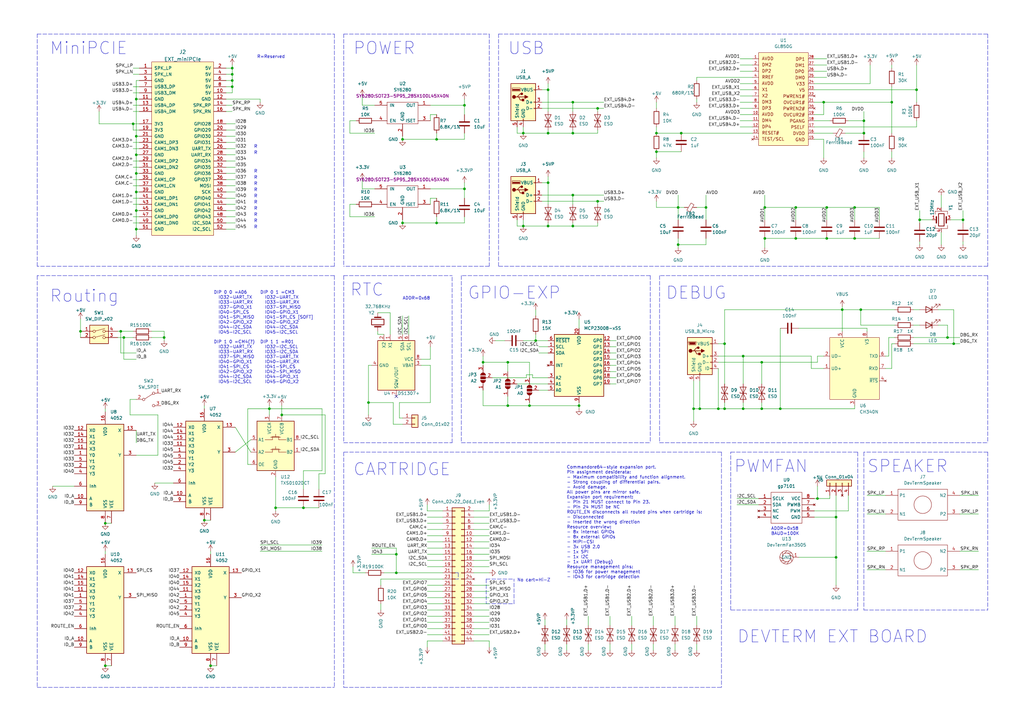
<source format=kicad_sch>
(kicad_sch (version 20211123) (generator eeschema)
  (paper "A3")
  (junction (at 269.24 54.61))
  (junction (at 55.88 78.74))
  (junction (at 339.09 85.09))
  (junction (at 162.56 227.33))
  (junction (at 377.19 90.17))
  (junction (at 391.16 140.97))
  (junction (at 269.24 62.23))
  (junction (at 67.31 138.43))
  (junction (at 294.64 167.64))
  (junction (at 214.63 92.71))
  (junction (at 312.42 148.59))
  (junction (at 54.61 50.8))
  (junction (at 234.95 54.61))
  (junction (at 326.39 85.09))
  (junction (at 224.79 54.61))
  (junction (at 110.49 167.64))
  (junction (at 55.88 63.5))
  (junction (at 208.28 166.37))
  (junction (at 279.4 54.61))
  (junction (at 337.82 41.91))
  (junction (at 217.17 166.37))
  (junction (at 304.8 167.64))
  (junction (at 50.8 138.43))
  (junction (at 320.04 167.64))
  (junction (at 297.18 167.64))
  (junction (at 190.5 43.18))
  (junction (at 224.79 92.71))
  (junction (at 86.36 273.05))
  (junction (at 179.07 91.44))
  (junction (at 342.9 228.6))
  (junction (at 234.95 80.01))
  (junction (at 214.63 54.61))
  (junction (at 198.12 148.59))
  (junction (at 339.09 97.79))
  (junction (at 55.88 40.64))
  (junction (at 95.25 35.56))
  (junction (at 190.5 77.47))
  (junction (at 350.52 85.09))
  (junction (at 287.02 167.64))
  (junction (at 335.28 204.47))
  (junction (at 237.49 166.37))
  (junction (at 394.97 90.17))
  (junction (at 95.25 30.48))
  (junction (at 245.11 82.55))
  (junction (at 297.18 140.97))
  (junction (at 95.25 33.02))
  (junction (at 284.48 167.64))
  (junction (at 388.62 138.43))
  (junction (at 43.18 214.63))
  (junction (at 83.82 213.36))
  (junction (at 208.28 148.59))
  (junction (at 55.88 55.88))
  (junction (at 354.33 49.53))
  (junction (at 179.07 57.15))
  (junction (at 278.13 85.09))
  (junction (at 124.46 208.28))
  (junction (at 234.95 41.91))
  (junction (at 224.79 36.83))
  (junction (at 375.92 36.83))
  (junction (at 33.02 135.89))
  (junction (at 219.71 139.7))
  (junction (at 304.8 146.05))
  (junction (at 313.69 97.79))
  (junction (at 350.52 97.79))
  (junction (at 313.69 85.09))
  (junction (at 354.33 54.61))
  (junction (at 289.56 85.09))
  (junction (at 278.13 100.33))
  (junction (at 43.18 273.05))
  (junction (at 165.1 57.15))
  (junction (at 365.76 41.91))
  (junction (at 49.53 135.89))
  (junction (at 326.39 97.79))
  (junction (at 151.13 165.1))
  (junction (at 245.11 44.45))
  (junction (at 115.57 170.18))
  (junction (at 353.06 127))
  (junction (at 162.56 234.95))
  (junction (at 224.79 74.93))
  (junction (at 55.88 71.12))
  (junction (at 345.44 127))
  (junction (at 55.88 86.36))
  (junction (at 165.1 91.44))
  (junction (at 95.25 27.94))
  (junction (at 312.42 167.64))
  (junction (at 234.95 92.71))
  (junction (at 113.03 208.28))
  (junction (at 55.88 93.98))
  (junction (at 342.9 212.09))
  (no_connect (at 162.56 162.56))
  (polyline (pts (xy 354.33 185.42) (xy 354.33 250.19)))
  (wire (pts (xy 55.88 33.02) (xy 55.88 40.64)))
  (wire (pts (xy 92.71 93.98) (xy 96.52 93.98)))
  (wire (pts (xy 245.11 82.55) (xy 247.65 82.55)))
  (wire (pts (xy 55.88 63.5) (xy 57.15 63.5)))
  (wire (pts (xy 388.62 138.43) (xy 393.7 138.43)))
  (wire (pts (xy 194.31 252.73) (xy 200.66 252.73)))
  (wire (pts (xy 96.52 78.74) (xy 92.71 78.74)))
  (polyline (pts (xy 15.24 113.03) (xy 15.24 281.94)))
  (wire (pts (xy 161.29 165.1) (xy 151.13 165.1)))
  (wire (pts (xy 297.18 127) (xy 345.44 127)))
  (wire (pts (xy 393.7 226.06) (xy 401.32 226.06)))
  (wire (pts (xy 278.13 97.79) (xy 278.13 100.33)))
  (wire (pts (xy 53.34 163.83) (xy 55.88 163.83)))
  (wire (pts (xy 194.31 247.65) (xy 200.66 247.65)))
  (wire (pts (xy 64.77 170.18) (xy 53.34 170.18)))
  (wire (pts (xy 212.09 54.61) (xy 214.63 54.61)))
  (wire (pts (xy 393.7 210.82) (xy 401.32 210.82)))
  (wire (pts (xy 365.76 151.13) (xy 363.22 151.13)))
  (wire (pts (xy 194.31 217.17) (xy 200.66 217.17)))
  (wire (pts (xy 278.13 85.09) (xy 278.13 90.17)))
  (wire (pts (xy 250.19 152.4) (xy 252.73 152.4)))
  (polyline (pts (xy 186.69 237.49) (xy 187.96 237.49)))
  (polyline (pts (xy 185.42 181.61) (xy 185.42 113.03)))
  (wire (pts (xy 55.88 63.5) (xy 55.88 71.12)))
  (wire (pts (xy 313.69 85.09) (xy 326.39 85.09)))
  (wire (pts (xy 157.48 234.95) (xy 162.56 234.95)))
  (wire (pts (xy 340.36 203.2) (xy 340.36 204.47)))
  (wire (pts (xy 297.18 165.1) (xy 297.18 167.64)))
  (wire (pts (xy 64.77 186.69) (xy 64.77 170.18)))
  (wire (pts (xy 175.26 219.71) (xy 181.61 219.71)))
  (wire (pts (xy 382.27 90.17) (xy 377.19 90.17)))
  (wire (pts (xy 355.6 233.68) (xy 363.22 233.68)))
  (wire (pts (xy 194.31 219.71) (xy 200.66 219.71)))
  (wire (pts (xy 297.18 140.97) (xy 294.64 140.97)))
  (wire (pts (xy 219.71 137.16) (xy 219.71 139.7)))
  (wire (pts (xy 353.06 127) (xy 367.03 127)))
  (polyline (pts (xy 137.16 13.97) (xy 137.16 109.22)))
  (wire (pts (xy 54.61 45.72) (xy 57.15 45.72)))
  (wire (pts (xy 218.44 153.67) (xy 215.9 153.67)))
  (wire (pts (xy 337.82 46.99) (xy 337.82 41.91)))
  (wire (pts (xy 250.19 147.32) (xy 252.73 147.32)))
  (wire (pts (xy 113.03 208.28) (xy 124.46 208.28)))
  (wire (pts (xy 92.71 43.18) (xy 95.25 43.18)))
  (wire (pts (xy 393.7 203.2) (xy 401.32 203.2)))
  (wire (pts (xy 222.25 82.55) (xy 245.11 82.55)))
  (wire (pts (xy 326.39 97.79) (xy 339.09 97.79)))
  (wire (pts (xy 153.67 77.47) (xy 148.59 77.47)))
  (wire (pts (xy 175.26 262.89) (xy 181.61 262.89)))
  (wire (pts (xy 132.08 193.04) (xy 124.46 193.04)))
  (wire (pts (xy 234.95 41.91) (xy 247.65 41.91)))
  (polyline (pts (xy 140.97 74.93) (xy 140.97 109.22)))
  (wire (pts (xy 334.01 54.61) (xy 341.63 54.61)))
  (wire (pts (xy 194.31 212.09) (xy 200.66 212.09)))
  (wire (pts (xy 132.08 167.64) (xy 132.08 193.04)))
  (wire (pts (xy 332.74 151.13) (xy 337.82 151.13)))
  (wire (pts (xy 339.09 97.79) (xy 350.52 97.79)))
  (wire (pts (xy 198.12 148.59) (xy 198.12 149.86)))
  (wire (pts (xy 250.19 252.73) (xy 250.19 256.54)))
  (wire (pts (xy 156.21 247.65) (xy 156.21 250.19)))
  (wire (pts (xy 250.19 154.94) (xy 252.73 154.94)))
  (wire (pts (xy 175.26 222.25) (xy 181.61 222.25)))
  (wire (pts (xy 303.53 36.83) (xy 308.61 36.83)))
  (wire (pts (xy 375.92 36.83) (xy 375.92 41.91)))
  (wire (pts (xy 304.8 167.64) (xy 312.42 167.64)))
  (wire (pts (xy 237.49 130.81) (xy 237.49 134.62)))
  (wire (pts (xy 234.95 53.34) (xy 234.95 54.61)))
  (wire (pts (xy 377.19 90.17) (xy 377.19 91.44)))
  (wire (pts (xy 312.42 167.64) (xy 320.04 167.64)))
  (polyline (pts (xy 140.97 281.94) (xy 295.91 281.94)))
  (wire (pts (xy 95.25 35.56) (xy 95.25 33.02)))
  (polyline (pts (xy 140.97 181.61) (xy 185.42 181.61)))
  (wire (pts (xy 393.7 233.68) (xy 401.32 233.68)))
  (wire (pts (xy 303.53 44.45) (xy 308.61 44.45)))
  (wire (pts (xy 294.64 146.05) (xy 304.8 146.05)))
  (wire (pts (xy 386.08 95.25) (xy 386.08 100.33)))
  (polyline (pts (xy 199.39 247.65) (xy 210.82 247.65)))
  (wire (pts (xy 217.17 165.1) (xy 217.17 166.37)))
  (wire (pts (xy 190.5 77.47) (xy 190.5 74.93)))
  (wire (pts (xy 302.26 207.01) (xy 311.15 207.01)))
  (wire (pts (xy 374.65 138.43) (xy 388.62 138.43)))
  (polyline (pts (xy 140.97 13.97) (xy 200.66 13.97)))
  (wire (pts (xy 55.88 93.98) (xy 55.88 96.52)))
  (polyline (pts (xy 200.66 109.22) (xy 140.97 109.22)))
  (wire (pts (xy 303.53 29.21) (xy 308.61 29.21)))
  (wire (pts (xy 222.25 74.93) (xy 224.79 74.93)))
  (wire (pts (xy 55.88 147.32) (xy 50.8 147.32)))
  (wire (pts (xy 234.95 91.44) (xy 234.95 92.71)))
  (wire (pts (xy 161.29 165.1) (xy 161.29 173.99)))
  (wire (pts (xy 224.79 154.94) (xy 218.44 154.94)))
  (wire (pts (xy 354.33 54.61) (xy 354.33 49.53)))
  (wire (pts (xy 214.63 90.17) (xy 214.63 92.71)))
  (wire (pts (xy 334.01 52.07) (xy 375.92 52.07)))
  (wire (pts (xy 332.74 146.05) (xy 332.74 151.13)))
  (polyline (pts (xy 137.16 113.03) (xy 137.16 281.94)))
  (wire (pts (xy 237.49 166.37) (xy 237.49 167.64)))
  (wire (pts (xy 214.63 92.71) (xy 224.79 92.71)))
  (wire (pts (xy 148.59 39.37) (xy 148.59 43.18)))
  (wire (pts (xy 96.52 50.8) (xy 92.71 50.8)))
  (wire (pts (xy 388.62 133.35) (xy 388.62 138.43)))
  (wire (pts (xy 86.36 273.05) (xy 88.9 273.05)))
  (wire (pts (xy 176.53 165.1) (xy 176.53 149.86)))
  (wire (pts (xy 43.18 226.06) (xy 43.18 227.33)))
  (wire (pts (xy 54.61 60.96) (xy 57.15 60.96)))
  (wire (pts (xy 245.11 92.71) (xy 234.95 92.71)))
  (polyline (pts (xy 295.91 185.42) (xy 140.97 185.42)))
  (polyline (pts (xy 204.47 13.97) (xy 405.13 13.97)))
  (wire (pts (xy 151.13 149.86) (xy 151.13 165.1)))
  (wire (pts (xy 165.1 129.54) (xy 165.1 137.16)))
  (wire (pts (xy 245.11 54.61) (xy 234.95 54.61)))
  (wire (pts (xy 350.52 85.09) (xy 360.68 85.09)))
  (wire (pts (xy 250.19 142.24) (xy 252.73 142.24)))
  (wire (pts (xy 113.03 209.55) (xy 113.03 208.28)))
  (wire (pts (xy 245.11 82.55) (xy 245.11 83.82)))
  (wire (pts (xy 374.65 127) (xy 377.19 127)))
  (wire (pts (xy 54.61 76.2) (xy 57.15 76.2)))
  (wire (pts (xy 175.26 255.27) (xy 181.61 255.27)))
  (wire (pts (xy 212.09 92.71) (xy 214.63 92.71)))
  (wire (pts (xy 190.5 43.18) (xy 190.5 46.99)))
  (wire (pts (xy 345.44 127) (xy 345.44 135.89)))
  (wire (pts (xy 245.11 44.45) (xy 245.11 45.72)))
  (wire (pts (xy 152.4 224.79) (xy 162.56 224.79)))
  (wire (pts (xy 215.9 153.67) (xy 215.9 154.94)))
  (polyline (pts (xy 270.51 113.03) (xy 270.51 181.61)))
  (wire (pts (xy 175.26 240.03) (xy 181.61 240.03)))
  (wire (pts (xy 350.52 85.09) (xy 350.52 90.17)))
  (wire (pts (xy 176.53 149.86) (xy 172.72 149.86)))
  (wire (pts (xy 156.21 237.49) (xy 181.61 237.49)))
  (wire (pts (xy 214.63 52.07) (xy 214.63 54.61)))
  (wire (pts (xy 144.78 234.95) (xy 149.86 234.95)))
  (wire (pts (xy 130.81 194.31) (xy 130.81 200.66)))
  (wire (pts (xy 220.98 160.02) (xy 224.79 160.02)))
  (wire (pts (xy 146.05 49.53) (xy 143.51 49.53)))
  (wire (pts (xy 156.21 240.03) (xy 156.21 237.49)))
  (wire (pts (xy 96.52 88.9) (xy 92.71 88.9)))
  (wire (pts (xy 334.01 49.53) (xy 340.36 49.53)))
  (wire (pts (xy 175.26 212.09) (xy 181.61 212.09)))
  (wire (pts (xy 96.52 53.34) (xy 92.71 53.34)))
  (wire (pts (xy 339.09 85.09) (xy 339.09 90.17)))
  (wire (pts (xy 220.98 142.24) (xy 224.79 142.24)))
  (wire (pts (xy 92.71 27.94) (xy 95.25 27.94)))
  (wire (pts (xy 54.61 68.58) (xy 57.15 68.58)))
  (wire (pts (xy 259.08 252.73) (xy 259.08 256.54)))
  (wire (pts (xy 289.56 100.33) (xy 278.13 100.33)))
  (polyline (pts (xy 199.39 237.49) (xy 210.82 237.49)))
  (wire (pts (xy 194.31 257.81) (xy 200.66 257.81)))
  (wire (pts (xy 391.16 127) (xy 391.16 140.97)))
  (polyline (pts (xy 15.24 109.22) (xy 15.24 13.97)))
  (polyline (pts (xy 199.39 237.49) (xy 199.39 247.65)))
  (wire (pts (xy 377.19 86.36) (xy 377.19 90.17)))
  (wire (pts (xy 313.69 97.79) (xy 326.39 97.79)))
  (polyline (pts (xy 299.72 250.19) (xy 299.72 185.42)))
  (wire (pts (xy 208.28 166.37) (xy 217.17 166.37)))
  (wire (pts (xy 294.64 167.64) (xy 297.18 167.64)))
  (wire (pts (xy 342.9 228.6) (xy 342.9 240.03)))
  (wire (pts (xy 208.28 148.59) (xy 198.12 148.59)))
  (wire (pts (xy 83.82 213.36) (xy 86.36 213.36)))
  (wire (pts (xy 212.09 90.17) (xy 212.09 92.71)))
  (polyline (pts (xy 299.72 185.42) (xy 351.79 185.42)))
  (wire (pts (xy 54.61 35.56) (xy 57.15 35.56)))
  (wire (pts (xy 92.71 38.1) (xy 95.25 38.1)))
  (polyline (pts (xy 405.13 13.97) (xy 405.13 109.22)))
  (wire (pts (xy 220.98 144.78) (xy 224.79 144.78)))
  (wire (pts (xy 96.52 83.82) (xy 92.71 83.82)))
  (wire (pts (xy 165.1 90.17) (xy 165.1 91.44)))
  (wire (pts (xy 212.09 157.48) (xy 224.79 157.48)))
  (polyline (pts (xy 295.91 185.42) (xy 295.91 281.94)))
  (wire (pts (xy 162.56 227.33) (xy 162.56 234.95)))
  (wire (pts (xy 194.31 214.63) (xy 200.66 214.63)))
  (wire (pts (xy 92.71 45.72) (xy 95.25 45.72)))
  (wire (pts (xy 224.79 36.83) (xy 224.79 45.72)))
  (wire (pts (xy 163.83 165.1) (xy 163.83 171.45)))
  (wire (pts (xy 154.94 135.89) (xy 154.94 137.16)))
  (wire (pts (xy 241.3 264.16) (xy 241.3 266.7)))
  (polyline (pts (xy 15.24 281.94) (xy 137.16 281.94)))
  (wire (pts (xy 214.63 139.7) (xy 219.71 139.7)))
  (wire (pts (xy 95.25 30.48) (xy 95.25 27.94)))
  (wire (pts (xy 365.76 62.23) (xy 365.76 64.77)))
  (wire (pts (xy 54.61 81.28) (xy 57.15 81.28)))
  (wire (pts (xy 179.07 91.44) (xy 165.1 91.44)))
  (wire (pts (xy 175.26 232.41) (xy 181.61 232.41)))
  (wire (pts (xy 92.71 40.64) (xy 106.68 40.64)))
  (wire (pts (xy 287.02 167.64) (xy 294.64 167.64)))
  (wire (pts (xy 241.3 252.73) (xy 241.3 256.54)))
  (polyline (pts (xy 186.69 234.95) (xy 187.96 234.95)))
  (wire (pts (xy 250.19 157.48) (xy 252.73 157.48)))
  (wire (pts (xy 313.69 80.01) (xy 313.69 85.09)))
  (wire (pts (xy 83.82 166.37) (xy 83.82 167.64)))
  (wire (pts (xy 194.31 245.11) (xy 200.66 245.11)))
  (wire (pts (xy 194.31 234.95) (xy 200.66 234.95)))
  (wire (pts (xy 53.34 170.18) (xy 53.34 163.83)))
  (wire (pts (xy 217.17 148.59) (xy 208.28 148.59)))
  (wire (pts (xy 223.52 254) (xy 223.52 256.54)))
  (wire (pts (xy 55.88 86.36) (xy 55.88 93.98)))
  (wire (pts (xy 224.79 53.34) (xy 224.79 54.61)))
  (wire (pts (xy 224.79 72.39) (xy 224.79 74.93)))
  (wire (pts (xy 55.88 55.88) (xy 55.88 63.5)))
  (wire (pts (xy 54.61 50.8) (xy 57.15 50.8)))
  (wire (pts (xy 67.31 139.7) (xy 67.31 138.43)))
  (wire (pts (xy 224.79 34.29) (xy 224.79 36.83)))
  (wire (pts (xy 146.05 83.82) (xy 143.51 83.82)))
  (wire (pts (xy 232.41 254) (xy 232.41 256.54)))
  (wire (pts (xy 345.44 127) (xy 353.06 127)))
  (wire (pts (xy 153.67 43.18) (xy 148.59 43.18)))
  (wire (pts (xy 334.01 209.55) (xy 347.98 209.55)))
  (wire (pts (xy 365.76 140.97) (xy 365.76 151.13)))
  (polyline (pts (xy 351.79 185.42) (xy 351.79 250.19)))
  (polyline (pts (xy 187.96 234.95) (xy 187.96 237.49)))
  (polyline (pts (xy 15.24 13.97) (xy 137.16 13.97)))
  (wire (pts (xy 190.5 54.61) (xy 190.5 57.15)))
  (wire (pts (xy 342.9 203.2) (xy 342.9 212.09)))
  (wire (pts (xy 224.79 92.71) (xy 234.95 92.71)))
  (wire (pts (xy 154.94 137.16) (xy 157.48 137.16)))
  (wire (pts (xy 364.49 138.43) (xy 367.03 138.43)))
  (wire (pts (xy 285.75 85.09) (xy 289.56 85.09)))
  (wire (pts (xy 194.31 260.35) (xy 200.66 260.35)))
  (wire (pts (xy 49.53 135.89) (xy 54.61 135.89)))
  (wire (pts (xy 92.71 81.28) (xy 96.52 81.28)))
  (wire (pts (xy 176.53 81.28) (xy 179.07 81.28)))
  (wire (pts (xy 285.75 264.16) (xy 285.75 266.7)))
  (polyline (pts (xy 200.66 13.97) (xy 200.66 109.22)))
  (wire (pts (xy 365.76 26.67) (xy 365.76 27.94)))
  (wire (pts (xy 326.39 85.09) (xy 339.09 85.09)))
  (wire (pts (xy 384.81 127) (xy 391.16 127)))
  (wire (pts (xy 391.16 140.97) (xy 393.7 140.97)))
  (wire (pts (xy 334.01 36.83) (xy 375.92 36.83)))
  (wire (pts (xy 96.52 58.42) (xy 92.71 58.42)))
  (wire (pts (xy 234.95 41.91) (xy 234.95 45.72)))
  (wire (pts (xy 175.26 260.35) (xy 181.61 260.35)))
  (wire (pts (xy 92.71 35.56) (xy 95.25 35.56)))
  (wire (pts (xy 337.82 64.77) (xy 337.82 57.15)))
  (wire (pts (xy 345.44 125.73) (xy 345.44 127)))
  (polyline (pts (xy 351.79 250.19) (xy 299.72 250.19)))
  (wire (pts (xy 335.28 146.05) (xy 337.82 146.05)))
  (wire (pts (xy 222.25 41.91) (xy 234.95 41.91)))
  (wire (pts (xy 287.02 167.64) (xy 284.48 167.64)))
  (wire (pts (xy 384.81 133.35) (xy 388.62 133.35)))
  (wire (pts (xy 284.48 167.64) (xy 284.48 172.72)))
  (wire (pts (xy 200.66 209.55) (xy 194.31 209.55)))
  (wire (pts (xy 377.19 99.06) (xy 377.19 100.33)))
  (wire (pts (xy 21.59 199.39) (xy 30.48 199.39)))
  (wire (pts (xy 201.93 154.94) (xy 215.9 154.94)))
  (wire (pts (xy 245.11 53.34) (xy 245.11 54.61)))
  (wire (pts (xy 67.31 138.43) (xy 62.23 138.43)))
  (wire (pts (xy 285.75 252.73) (xy 285.75 256.54)))
  (wire (pts (xy 389.89 90.17) (xy 394.97 90.17)))
  (wire (pts (xy 285.75 31.75) (xy 285.75 33.02)))
  (wire (pts (xy 394.97 90.17) (xy 394.97 91.44)))
  (wire (pts (xy 124.46 208.28) (xy 130.81 208.28)))
  (wire (pts (xy 335.28 148.59) (xy 335.28 146.05)))
  (wire (pts (xy 350.52 97.79) (xy 360.68 97.79)))
  (wire (pts (xy 175.26 207.01) (xy 175.26 209.55)))
  (wire (pts (xy 297.18 140.97) (xy 297.18 157.48)))
  (wire (pts (xy 245.11 44.45) (xy 247.65 44.45)))
  (polyline (pts (xy 210.82 247.65) (xy 210.82 237.49)))
  (wire (pts (xy 312.42 148.59) (xy 335.28 148.59)))
  (wire (pts (xy 144.78 232.41) (xy 144.78 234.95)))
  (wire (pts (xy 55.88 40.64) (xy 55.88 55.88)))
  (wire (pts (xy 106.68 40.64) (xy 106.68 41.91)))
  (wire (pts (xy 279.4 54.61) (xy 308.61 54.61)))
  (polyline (pts (xy 405.13 185.42) (xy 405.13 250.19)))
  (wire (pts (xy 95.25 38.1) (xy 95.25 35.56)))
  (wire (pts (xy 222.25 36.83) (xy 224.79 36.83)))
  (wire (pts (xy 55.88 78.74) (xy 57.15 78.74)))
  (wire (pts (xy 259.08 264.16) (xy 259.08 266.7)))
  (wire (pts (xy 194.31 242.57) (xy 200.66 242.57)))
  (wire (pts (xy 92.71 60.96) (xy 96.52 60.96)))
  (wire (pts (xy 219.71 127) (xy 219.71 129.54)))
  (wire (pts (xy 217.17 166.37) (xy 237.49 166.37)))
  (wire (pts (xy 175.26 250.19) (xy 181.61 250.19)))
  (wire (pts (xy 219.71 139.7) (xy 224.79 139.7)))
  (wire (pts (xy 106.68 223.52) (xy 132.08 223.52)))
  (wire (pts (xy 354.33 62.23) (xy 354.33 64.77)))
  (wire (pts (xy 224.79 54.61) (xy 234.95 54.61)))
  (polyline (pts (xy 140.97 113.03) (xy 140.97 181.61)))
  (wire (pts (xy 92.71 30.48) (xy 95.25 30.48)))
  (polyline (pts (xy 189.23 181.61) (xy 266.7 181.61)))
  (wire (pts (xy 110.49 166.37) (xy 110.49 167.64)))
  (wire (pts (xy 96.52 68.58) (xy 92.71 68.58)))
  (wire (pts (xy 375.92 26.67) (xy 375.92 36.83)))
  (wire (pts (xy 179.07 57.15) (xy 165.1 57.15)))
  (wire (pts (xy 354.33 49.53) (xy 354.33 45.72)))
  (wire (pts (xy 350.52 167.64) (xy 350.52 166.37)))
  (wire (pts (xy 289.56 97.79) (xy 289.56 100.33)))
  (wire (pts (xy 334.01 31.75) (xy 339.09 31.75)))
  (wire (pts (xy 62.23 135.89) (xy 67.31 135.89)))
  (wire (pts (xy 355.6 226.06) (xy 363.22 226.06)))
  (wire (pts (xy 57.15 33.02) (xy 55.88 33.02)))
  (wire (pts (xy 394.97 99.06) (xy 394.97 100.33)))
  (wire (pts (xy 110.49 167.64) (xy 132.08 167.64)))
  (wire (pts (xy 208.28 162.56) (xy 208.28 166.37)))
  (wire (pts (xy 250.19 144.78) (xy 252.73 144.78)))
  (wire (pts (xy 40.64 45.72) (xy 40.64 50.8)))
  (wire (pts (xy 214.63 54.61) (xy 224.79 54.61)))
  (wire (pts (xy 92.71 91.44) (xy 96.52 91.44)))
  (wire (pts (xy 54.61 27.94) (xy 57.15 27.94)))
  (polyline (pts (xy 137.16 113.03) (xy 15.24 113.03)))
  (wire (pts (xy 124.46 193.04) (xy 124.46 200.66)))
  (wire (pts (xy 217.17 154.94) (xy 217.17 148.59)))
  (polyline (pts (xy 140.97 74.93) (xy 140.97 13.97)))
  (wire (pts (xy 294.64 148.59) (xy 312.42 148.59)))
  (wire (pts (xy 113.03 195.58) (xy 113.03 208.28)))
  (wire (pts (xy 55.88 71.12) (xy 55.88 78.74)))
  (wire (pts (xy 208.28 152.4) (xy 208.28 148.59)))
  (wire (pts (xy 334.01 46.99) (xy 337.82 46.99)))
  (wire (pts (xy 194.31 250.19) (xy 200.66 250.19)))
  (wire (pts (xy 152.4 149.86) (xy 151.13 149.86)))
  (wire (pts (xy 176.53 147.32) (xy 176.53 142.24)))
  (wire (pts (xy 198.12 160.02) (xy 198.12 166.37)))
  (wire (pts (xy 133.35 194.31) (xy 130.81 194.31)))
  (wire (pts (xy 250.19 139.7) (xy 252.73 139.7)))
  (wire (pts (xy 54.61 43.18) (xy 57.15 43.18)))
  (wire (pts (xy 355.6 135.89) (xy 355.6 134.62)))
  (wire (pts (xy 269.24 62.23) (xy 279.4 62.23)))
  (wire (pts (xy 355.6 210.82) (xy 363.22 210.82)))
  (wire (pts (xy 339.09 85.09) (xy 350.52 85.09)))
  (wire (pts (xy 190.5 77.47) (xy 190.5 81.28)))
  (wire (pts (xy 218.44 154.94) (xy 218.44 153.67)))
  (wire (pts (xy 223.52 264.16) (xy 223.52 266.7)))
  (wire (pts (xy 302.26 204.47) (xy 311.15 204.47)))
  (polyline (pts (xy 405.13 113.03) (xy 405.13 181.61)))
  (wire (pts (xy 320.04 167.64) (xy 350.52 167.64)))
  (wire (pts (xy 96.52 175.26) (xy 102.87 185.42)))
  (wire (pts (xy 96.52 86.36) (xy 92.71 86.36)))
  (wire (pts (xy 327.66 134.62) (xy 355.6 134.62)))
  (wire (pts (xy 95.25 27.94) (xy 95.25 26.67)))
  (wire (pts (xy 96.52 55.88) (xy 92.71 55.88)))
  (wire (pts (xy 394.97 86.36) (xy 394.97 90.17)))
  (wire (pts (xy 63.5 198.12) (xy 71.12 198.12)))
  (wire (pts (xy 276.86 252.73) (xy 276.86 256.54)))
  (wire (pts (xy 165.1 171.45) (xy 163.83 171.45)))
  (wire (pts (xy 92.71 73.66) (xy 96.52 73.66)))
  (wire (pts (xy 54.61 73.66) (xy 57.15 73.66)))
  (wire (pts (xy 54.61 88.9) (xy 57.15 88.9)))
  (wire (pts (xy 284.48 156.21) (xy 284.48 167.64)))
  (wire (pts (xy 96.52 185.42) (xy 102.87 180.34)))
  (wire (pts (xy 320.04 134.62) (xy 320.04 167.64)))
  (wire (pts (xy 86.36 226.06) (xy 86.36 227.33)))
  (polyline (pts (xy 405.13 113.03) (xy 270.51 113.03)))
  (wire (pts (xy 367.03 140.97) (xy 365.76 140.97)))
  (wire (pts (xy 287.02 156.21) (xy 287.02 167.64)))
  (wire (pts (xy 198.12 166.37) (xy 208.28 166.37)))
  (wire (pts (xy 96.52 71.12) (xy 92.71 71.12)))
  (polyline (pts (xy 137.16 109.22) (xy 15.24 109.22)))
  (wire (pts (xy 40.64 50.8) (xy 54.61 50.8)))
  (wire (pts (xy 190.5 88.9) (xy 190.5 91.44)))
  (wire (pts (xy 175.26 245.11) (xy 181.61 245.11)))
  (wire (pts (xy 360.68 85.09) (xy 360.68 90.17)))
  (wire (pts (xy 175.26 242.57) (xy 181.61 242.57)))
  (wire (pts (xy 110.49 167.64) (xy 110.49 170.18)))
  (wire (pts (xy 176.53 165.1) (xy 163.83 165.1)))
  (wire (pts (xy 194.31 227.33) (xy 200.66 227.33)))
  (wire (pts (xy 55.88 55.88) (xy 57.15 55.88)))
  (wire (pts (xy 152.4 227.33) (xy 162.56 227.33)))
  (wire (pts (xy 54.61 83.82) (xy 57.15 83.82)))
  (wire (pts (xy 334.01 26.67) (xy 339.09 26.67)))
  (wire (pts (xy 347.98 209.55) (xy 347.98 203.2)))
  (wire (pts (xy 143.51 88.9) (xy 153.67 88.9)))
  (wire (pts (xy 176.53 46.99) (xy 179.07 46.99)))
  (wire (pts (xy 334.01 212.09) (xy 342.9 212.09)))
  (wire (pts (xy 312.42 165.1) (xy 312.42 167.64)))
  (wire (pts (xy 285.75 40.64) (xy 285.75 41.91)))
  (wire (pts (xy 326.39 85.09) (xy 326.39 90.17)))
  (wire (pts (xy 308.61 31.75) (xy 285.75 31.75)))
  (wire (pts (xy 43.18 273.05) (xy 45.72 273.05)))
  (wire (pts (xy 203.2 139.7) (xy 207.01 139.7)))
  (wire (pts (xy 334.01 204.47) (xy 335.28 204.47)))
  (wire (pts (xy 364.49 146.05) (xy 364.49 138.43)))
  (wire (pts (xy 101.6 167.64) (xy 101.6 190.5)))
  (wire (pts (xy 54.61 66.04) (xy 57.15 66.04)))
  (wire (pts (xy 303.53 34.29) (xy 308.61 34.29)))
  (wire (pts (xy 55.88 78.74) (xy 55.88 86.36)))
  (wire (pts (xy 48.26 138.43) (xy 50.8 138.43)))
  (wire (pts (xy 267.97 252.73) (xy 267.97 256.54)))
  (wire (pts (xy 340.36 204.47) (xy 335.28 204.47)))
  (wire (pts (xy 365.76 35.56) (xy 365.76 41.91)))
  (wire (pts (xy 165.1 55.88) (xy 165.1 57.15)))
  (wire (pts (xy 269.24 82.55) (xy 269.24 85.09)))
  (wire (pts (xy 179.07 88.9) (xy 179.07 91.44)))
  (wire (pts (xy 190.5 43.18) (xy 190.5 40.64)))
  (wire (pts (xy 92.71 63.5) (xy 96.52 63.5)))
  (wire (pts (xy 269.24 41.91) (xy 269.24 44.45)))
  (wire (pts (xy 162.56 234.95) (xy 181.61 234.95)))
  (wire (pts (xy 67.31 135.89) (xy 67.31 138.43)))
  (wire (pts (xy 176.53 46.99) (xy 176.53 49.53)))
  (wire (pts (xy 175.26 229.87) (xy 181.61 229.87)))
  (wire (pts (xy 303.53 46.99) (xy 308.61 46.99)))
  (polyline (pts (xy 266.7 113.03) (xy 189.23 113.03)))
  (wire (pts (xy 43.18 214.63) (xy 45.72 214.63)))
  (wire (pts (xy 297.18 127) (xy 297.18 140.97)))
  (wire (pts (xy 278.13 100.33) (xy 278.13 101.6)))
  (wire (pts (xy 313.69 97.79) (xy 313.69 101.6)))
  (wire (pts (xy 151.13 170.18) (xy 151.13 165.1)))
  (wire (pts (xy 276.86 264.16) (xy 276.86 266.7)))
  (wire (pts (xy 313.69 85.09) (xy 313.69 90.17)))
  (wire (pts (xy 200.66 262.89) (xy 200.66 265.43)))
  (wire (pts (xy 374.65 140.97) (xy 391.16 140.97)))
  (polyline (pts (xy 140.97 113.03) (xy 185.42 113.03)))
  (polyline (pts (xy 204.47 109.22) (xy 204.47 13.97)))
  (wire (pts (xy 160.02 137.16) (xy 160.02 128.27)))
  (wire (pts (xy 232.41 264.16) (xy 232.41 266.7)))
  (wire (pts (xy 200.66 207.01) (xy 200.66 209.55)))
  (wire (pts (xy 347.98 49.53) (xy 354.33 49.53)))
  (wire (pts (xy 278.13 85.09) (xy 278.13 80.01)))
  (wire (pts (xy 222.25 44.45) (xy 245.11 44.45)))
  (wire (pts (xy 175.26 214.63) (xy 181.61 214.63)))
  (wire (pts (xy 337.82 57.15) (xy 334.01 57.15)))
  (wire (pts (xy 194.31 232.41) (xy 200.66 232.41)))
  (wire (pts (xy 143.51 54.61) (xy 153.67 54.61)))
  (wire (pts (xy 304.8 146.05) (xy 332.74 146.05)))
  (wire (pts (xy 303.53 39.37) (xy 308.61 39.37)))
  (wire (pts (xy 289.56 85.09) (xy 289.56 90.17)))
  (wire (pts (xy 54.61 50.8) (xy 54.61 53.34)))
  (polyline (pts (xy 405.13 109.22) (xy 204.47 109.22)))
  (wire (pts (xy 224.79 91.44) (xy 224.79 92.71)))
  (wire (pts (xy 50.8 138.43) (xy 54.61 138.43)))
  (wire (pts (xy 175.26 217.17) (xy 181.61 217.17)))
  (wire (pts (xy 294.64 151.13) (xy 294.64 167.64)))
  (wire (pts (xy 212.09 52.07) (xy 212.09 54.61)))
  (wire (pts (xy 133.35 170.18) (xy 133.35 194.31)))
  (wire (pts (xy 33.02 130.81) (xy 33.02 135.89)))
  (wire (pts (xy 175.26 257.81) (xy 181.61 257.81)))
  (wire (pts (xy 234.95 80.01) (xy 247.65 80.01)))
  (wire (pts (xy 175.26 262.89) (xy 175.26 265.43)))
  (wire (pts (xy 304.8 165.1) (xy 304.8 167.64)))
  (wire (pts (xy 267.97 264.16) (xy 267.97 266.7)))
  (wire (pts (xy 167.64 129.54) (xy 167.64 137.16)))
  (wire (pts (xy 303.53 26.67) (xy 308.61 26.67)))
  (wire (pts (xy 303.53 49.53) (xy 308.61 49.53)))
  (polyline (pts (xy 270.51 181.61) (xy 405.13 181.61)))
  (wire (pts (xy 176.53 77.47) (xy 190.5 77.47)))
  (wire (pts (xy 337.82 41.91) (xy 365.76 41.91)))
  (wire (pts (xy 278.13 85.09) (xy 280.67 85.09)))
  (wire (pts (xy 175.26 252.73) (xy 181.61 252.73)))
  (wire (pts (xy 346.71 54.61) (xy 354.33 54.61)))
  (wire (pts (xy 335.28 199.39) (xy 335.28 204.47)))
  (wire (pts (xy 54.61 58.42) (xy 57.15 58.42)))
  (wire (pts (xy 194.31 229.87) (xy 200.66 229.87)))
  (wire (pts (xy 54.61 91.44) (xy 57.15 91.44)))
  (wire (pts (xy 386.08 80.01) (xy 386.08 85.09)))
  (wire (pts (xy 289.56 80.01) (xy 289.56 85.09)))
  (wire (pts (xy 375.92 52.07) (xy 375.92 49.53)))
  (wire (pts (xy 269.24 54.61) (xy 279.4 54.61)))
  (wire (pts (xy 55.88 176.53) (xy 55.88 181.61)))
  (wire (pts (xy 175.26 224.79) (xy 181.61 224.79)))
  (wire (pts (xy 334.01 29.21) (xy 339.09 29.21)))
  (wire (pts (xy 175.26 209.55) (xy 181.61 209.55)))
  (wire (pts (xy 172.72 147.32) (xy 176.53 147.32)))
  (wire (pts (xy 54.61 38.1) (xy 57.15 38.1)))
  (wire (pts (xy 176.53 83.82) (xy 176.53 81.28)))
  (wire (pts (xy 115.57 170.18) (xy 133.35 170.18)))
  (wire (pts (xy 95.25 33.02) (xy 95.25 30.48)))
  (wire (pts (xy 327.66 228.6) (xy 342.9 228.6)))
  (wire (pts (xy 148.59 73.66) (xy 148.59 77.47)))
  (wire (pts (xy 194.31 240.03) (xy 200.66 240.03)))
  (wire (pts (xy 50.8 138.43) (xy 50.8 147.32)))
  (wire (pts (xy 297.18 167.64) (xy 304.8 167.64)))
  (wire (pts (xy 303.53 41.91) (xy 308.61 41.91)))
  (wire (pts (xy 222.25 80.01) (xy 234.95 80.01)))
  (wire (pts (xy 269.24 52.07) (xy 269.24 54.61)))
  (polyline (pts (xy 405.13 185.42) (xy 354.33 185.42)))
  (wire (pts (xy 96.52 76.2) (xy 92.71 76.2)))
  (polyline (pts (xy 140.97 185.42) (xy 140.97 281.94)))
  (wire (pts (xy 250.19 149.86) (xy 252.73 149.86)))
  (wire (pts (xy 92.71 33.02) (xy 95.25 33.02)))
  (wire (pts (xy 334.01 41.91) (xy 337.82 41.91)))
  (polyline (pts (xy 354.33 250.19) (xy 405.13 250.19)))
  (wire (pts (xy 194.31 224.79) (xy 200.66 224.79)))
  (wire (pts (xy 363.22 146.05) (xy 364.49 146.05)))
  (wire (pts (xy 312.42 148.59) (xy 312.42 157.48)))
  (wire (pts (xy 269.24 85.09) (xy 278.13 85.09)))
  (wire (pts (xy 96.52 66.04) (xy 92.71 66.04)))
  (wire (pts (xy 303.53 24.13) (xy 308.61 24.13)))
  (wire (pts (xy 334.01 24.13) (xy 339.09 24.13)))
  (wire (pts (xy 342.9 212.09) (xy 342.9 228.6)))
  (wire (pts (xy 355.6 203.2) (xy 363.22 203.2)))
  (wire (pts (xy 132.08 226.06) (xy 106.68 226.06)))
  (wire (pts (xy 43.18 167.64) (xy 43.18 168.91)))
  (wire (pts (xy 303.53 52.07) (xy 308.61 52.07)))
  (wire (pts (xy 365.76 41.91) (xy 365.76 54.61)))
  (wire (pts (xy 179.07 54.61) (xy 179.07 57.15)))
  (wire (pts (xy 374.65 133.35) (xy 377.19 133.35)))
  (wire (pts (xy 367.03 133.35) (xy 353.06 133.35)))
  (wire (pts (xy 176.53 43.18) (xy 190.5 43.18)))
  (wire (pts (xy 54.61 53.34) (xy 57.15 53.34)))
  (wire (pts (xy 33.02 135.89) (xy 33.02 138.43)))
  (wire (pts (xy 234.95 80.01) (xy 234.95 83.82)))
  (wire (pts (xy 304.8 146.05) (xy 304.8 157.48)))
  (wire (pts (xy 356.87 26.67) (xy 356.87 34.29)))
  (wire (pts (xy 237.49 165.1) (xy 237.49 166.37)))
  (polyline (pts (xy 266.7 113.03) (xy 266.7 181.61)))
  (wire (pts (xy 194.31 255.27) (xy 200.66 255.27)))
  (wire (pts (xy 190.5 57.15) (xy 179.07 57.15)))
  (wire (pts (xy 143.51 83.82) (xy 143.51 88.9)))
  (wire (pts (xy 162.56 224.79) (xy 162.56 227.33)))
  (wire (pts (xy 55.88 86.36) (xy 57.15 86.36)))
  (wire (pts (xy 353.06 133.35) (xy 353.06 127)))
  (wire (pts (xy 55.88 186.69) (xy 64.77 186.69)))
  (wire (pts (xy 55.88 71.12) (xy 57.15 71.12)))
  (wire (pts (xy 269.24 62.23) (xy 269.24 64.77)))
  (wire (pts (xy 160.02 128.27) (xy 154.94 128.27)))
  (wire (pts (xy 334.01 34.29) (xy 356.87 34.29)))
  (wire (pts (xy 224.79 74.93) (xy 224.79 83.82)))
  (wire (pts (xy 245.11 91.44) (xy 245.11 92.71)))
  (wire (pts (xy 55.88 93.98) (xy 57.15 93.98)))
  (polyline (pts (xy 189.23 113.03) (xy 189.23 181.61)))
  (wire (pts (xy 57.15 40.64) (xy 55.88 40.64)))
  (wire (pts (xy 54.61 30.48) (xy 57.15 30.48)))
  (wire (pts (xy 194.31 262.89) (xy 200.66 262.89)))
  (wire (pts (xy 101.6 190.5) (xy 102.87 190.5)))
  (wire (pts (xy 250.19 264.16) (xy 250.19 266.7)))
  (wire (pts (xy 175.26 227.33) (xy 181.61 227.33)))
  (wire (pts (xy 161.29 173.99) (xy 165.1 173.99)))
  (wire (pts (xy 49.53 144.78) (xy 49.53 135.89)))
  (wire (pts (xy 194.31 222.25) (xy 200.66 222.25)))
  (wire (pts (xy 48.26 135.89) (xy 49.53 135.89)))
  (wire (pts (xy 143.51 49.53) (xy 143.51 54.61)))
  (wire (pts (xy 115.57 166.37) (xy 115.57 170.18)))
  (wire (pts (xy 198.12 146.05) (xy 198.12 148.59)))
  (wire (pts (xy 190.5 91.44) (xy 179.07 91.44)))
  (wire (pts (xy 110.49 167.64) (xy 101.6 167.64)))
  (wire (pts (xy 55.88 144.78) (xy 49.53 144.78)))
  (wire (pts (xy 175.26 247.65) (xy 181.61 247.65)))
  (text "CARTRIDGE" (at 144.78 195.58 0) (effects (font (size 5 5)) (justify left bottom)))
  (text "Commandore64-style expansion port.\nPin assignment desiderata:\n- Maximum compatibility and function alignment.\n- Strong coupling of differential pairs.\n- Avoid damage.\nAll power pins are mirror safe.\nExpansion port requirement:\n- Pin 21 MUST connect to Pin 23.\n- Pin 24 MUST be NC\nROUTE_EN disconnects all routed pins when cartridge is:\n- Disconnected\n- Inserted the wrong direction\nResource overview:\n- 8x internal GPIOs\n- 8x external GPIOs\n- MIPI-CSI\n- 3x USB 2.0\n- 1x SPI\n- 1x I2C\n- 1x UART (Debug)\nResource management pins:\n- IO36 for power management\n- IO43 for cartridge detection" (at 232.41 237.49 0) (effects (font (size 1.27 1.27)) (justify left bottom)))
  (text "DIP 0 0 =A06\n  IO32-UART_TX\n  IO33-UART_RX\n  IO37-GPIO_X1\n  IO40-SPI_CS\n  IO41-SPI_MISO\n  IO42-GPIO_X2\n  IO44-I2C_SDA\n  IO45-I2C_SCL" (at 87.63 137.16 0) (effects (font (size 1.27 1.27)) (justify left bottom)))
  (text "R" (at 104.14 83.82 0) (effects (font (size 1.27 1.27)) (justify left bottom)))
  (text "R" (at 104.14 81.28 0) (effects (font (size 1.27 1.27)) (justify left bottom)))
  (text "GPIO-EXP" (at 191.77 123.19 0) (effects (font (size 5 5)) (justify left bottom)))
  (text "R" (at 104.14 86.36 0) (effects (font (size 1.27 1.27)) (justify left bottom)))
  (text "MiniPCIE" (at 20.32 22.86 0) (effects (font (size 5 5)) (justify left bottom)))
  (text "R" (at 104.14 71.12 0) (effects (font (size 1.27 1.27)) (justify left bottom)))
  (text "USB" (at 208.28 22.86 0) (effects (font (size 5 5)) (justify left bottom)))
  (text "R=Reserved" (at 105.41 24.13 0) (effects (font (size 1.27 1.27)) (justify left bottom)))
  (text "\nDIP 0 1 =CM3\n  IO32-UART_TX\n  IO33-UART_RX\n  IO37-SPI_MISO\n  IO40-GPIO_X1\n  IO41-SPI_CS [SOFT]\n  IO42-GPIO_X2\n  IO44-I2C_SDA\n  IO45-I2C_SCL\n" (at 106.68 137.16 0) (effects (font (size 1.27 1.27)) (justify left bottom)))
  (text "R" (at 104.14 93.98 0) (effects (font (size 1.27 1.27)) (justify left bottom)))
  (text "DEVTERM EXT BOARD" (at 302.26 264.16 0) (effects (font (size 5 5)) (justify left bottom)))
  (text "R" (at 104.14 60.96 0) (effects (font (size 1.27 1.27)) (justify left bottom)))
  (text "R" (at 104.14 88.9 0) (effects (font (size 1.27 1.27)) (justify left bottom)))
  (text "POWER" (at 144.78 22.86 0) (effects (font (size 5 5)) (justify left bottom)))
  (text "ADDR=0x68" (at 165.1 123.19 0) (effects (font (size 1.27 1.27)) (justify left bottom)))
  (text "PWMFAN" (at 300.99 194.31 0) (effects (font (size 5 5)) (justify left bottom)))
  (text "R" (at 104.14 73.66 0) (effects (font (size 1.27 1.27)) (justify left bottom)))
  (text "R" (at 104.14 63.5 0) (effects (font (size 1.27 1.27)) (justify left bottom)))
  (text "DEBUG" (at 273.05 123.19 0) (effects (font (size 5 5)) (justify left bottom)))
  (text "Routing" (at 20.32 124.46 0) (effects (font (size 5 5)) (justify left bottom)))
  (text "SPEAKER" (at 355.6 194.31 0) (effects (font (size 5 5)) (justify left bottom)))
  (text "No cart=Hi-Z" (at 212.09 238.76 0) (effects (font (size 1.27 1.27)) (justify left bottom)))
  (text "R" (at 104.14 76.2 0) (effects (font (size 1.27 1.27)) (justify left bottom)))
  (text "DIP 1 1 =R01\n  IO32-I2C_SCL\n  IO33-I2C_SDA\n  IO37-UART_TX\n  IO40-UART_RX\n  IO41-SPI_CS\n  IO42-SPI_MISO\n  IO44-GPIO_X1\n  IO45-GPIO_X2" (at 106.68 157.48 0) (effects (font (size 1.27 1.27)) (justify left bottom)))
  (text "R" (at 104.14 91.44 0) (effects (font (size 1.27 1.27)) (justify left bottom)))
  (text "R" (at 104.14 78.74 0) (effects (font (size 1.27 1.27)) (justify left bottom)))
  (text "ADDR=0x58\nBAUD=100K" (at 316.23 219.71 0) (effects (font (size 1.27 1.27)) (justify left bottom)))
  (text "\nDIP 1 0 =CM4(?)\n  IO32-UART_TX\n  IO33-UART_RX\n  IO37-SPI_MISO\n  IO40-GPIO_X1\n  IO41-SPI_CS\n  IO42-GPIO_X2\n  IO44-I2C_SDA\n  IO45-I2C_SCL\n" (at 87.63 157.48 0) (effects (font (size 1.27 1.27)) (justify left bottom)))
  (text "RTC" (at 143.51 121.92 0) (effects (font (size 5 5)) (justify left bottom)))
  (label "AVDD3" (at 360.68 85.09 270))
  (label "IO35" (at 96.52 68.58 0))
  (label "IO41" (at 30.48 237.49 180))
  (label "IO39" (at 96.52 78.74 0))
  (label "IO37" (at 30.48 184.15 180))
  (label "CAM0.D+" (at 54.61 88.9 180))
  (label "USB3.D-" (at 54.61 38.1 180))
  (label "USB3.D+" (at 247.65 80.01 0))
  (label "EXT_USB1.D+" (at 339.09 24.13 0))
  (label "ID_B" (at 30.48 207.01 180))
  (label "IO38" (at 96.52 76.2 0))
  (label "EXT_USB_X1" (at 377.19 86.36 90))
  (label "DVDD" (at 354.33 45.72 180))
  (label "EXT_USB4.D+" (at 303.53 52.07 180))
  (label "IO37" (at 73.66 234.95 180))
  (label "I2C_SDA" (at 165.1 129.54 270))
  (label "EXT_GPIO4" (at 175.26 247.65 180))
  (label "EXT_GPIO1" (at 175.26 255.27 180))
  (label "EXT_USB_X2" (at 303.53 39.37 180))
  (label "SPI_MISO" (at 55.88 245.11 0))
  (label "IO42" (at 96.52 86.36 0))
  (label "IO42" (at 30.48 252.73 180))
  (label "IO30" (at 200.66 255.27 0))
  (label "SPK_LN" (at 355.6 210.82 0))
  (label "I2C_SDA" (at 175.26 229.87 180))
  (label "ROUTE_EN" (at 152.4 224.79 0))
  (label "SPK_RP" (at 95.25 43.18 0))
  (label "CAM1.D+" (at 175.26 219.71 180))
  (label "IO32" (at 30.48 176.53 180))
  (label "GPIO_X2" (at 200.66 247.65 0))
  (label "SPI_CS" (at 200.66 240.03 0))
  (label "EXT_USB1.D-" (at 250.19 252.73 90))
  (label "AVDD" (at 289.56 80.01 0))
  (label "EXT_USB2.D+" (at 303.53 29.21 180))
  (label "EXT_USB3.D+" (at 175.26 214.63 180))
  (label "IO44" (at 96.52 91.44 0))
  (label "IO29" (at 200.66 252.73 0))
  (label "CAM0.D-" (at 54.61 91.44 180))
  (label "IO30" (at 96.52 55.88 0))
  (label "ROUTE_EN" (at 30.48 257.81 180))
  (label "IO45" (at 96.52 93.98 0))
  (label "EXT_USB4.D+" (at 247.65 41.91 0))
  (label "ID_B" (at 55.88 147.32 0))
  (label "I2C_SDA" (at 123.19 185.42 0))
  (label "CAM1.D-" (at 200.66 219.71 0))
  (label "I2C_SCL" (at 220.98 142.24 180))
  (label "CAM2.D-" (at 54.61 68.58 180))
  (label "SPI_MOSI" (at 200.66 229.87 0))
  (label "ID_A" (at 30.48 262.89 180))
  (label "I2C_SDA" (at 302.26 207.01 0))
  (label "CAM.C+" (at 175.26 217.17 180))
  (label "IO32" (at 30.48 179.07 180))
  (label "CAM0.D+" (at 175.26 222.25 180))
  (label "IO40" (at 73.66 237.49 180))
  (label "EXT_USB1.D-" (at 339.09 26.67 0))
  (label "DBG_TX" (at 55.88 181.61 0))
  (label "IO43" (at 96.52 88.9 0))
  (label "USB4.D-" (at 339.09 31.75 0))
  (label "SPI_SCL" (at 106.68 223.52 0))
  (label "I2C_SCL" (at 175.26 232.41 180))
  (label "EXT_GPIO6" (at 175.26 242.57 180))
  (label "SPK_RP" (at 401.32 233.68 180))
  (label "IO28" (at 96.52 50.8 0))
  (label "IO40" (at 30.48 234.95 180))
  (label "IO45" (at 71.12 190.5 180))
  (label "EXT_GPIO2" (at 175.26 252.73 180))
  (label "IO44" (at 73.66 242.57 180))
  (label "USB3.D-" (at 247.65 82.55 0))
  (label "EXT_USB2.D-" (at 267.97 252.73 90))
  (label "CAM3.D+" (at 54.61 58.42 180))
  (label "EXT_USB4.D-" (at 303.53 49.53 180))
  (label "DVDD" (at 278.13 80.01 180))
  (label "IO40" (at 96.52 81.28 0))
  (label "IO33" (at 30.48 186.69 180))
  (label "IO41" (at 96.52 83.82 0))
  (label "DBG_RX" (at 393.7 138.43 0))
  (label "EXT_USB2.D-" (at 303.53 26.67 180))
  (label "EXT_GPIO6" (at 252.73 154.94 0))
  (label "EXT_GPIO7" (at 252.73 157.48 0))
  (label "SPK_RN" (at 95.25 45.72 0))
  (label "ROUTE_EN" (at 73.66 257.81 180))
  (label "IO42" (at 73.66 247.65 180))
  (label "ID_B" (at 71.12 205.74 180))
  (label "IO45" (at 71.12 187.96 180))
  (label "EXT_USB3.D+" (at 276.86 252.73 90))
  (label "EXT_GPIO0" (at 252.73 139.7 0))
  (label "SPI_MOSI" (at 106.68 226.06 0))
  (label "IO44" (at 71.12 177.8 180))
  (label "SPK_LN" (at 401.32 203.2 180))
  (label "IO31" (at 96.52 58.42 0))
  (label "IO32" (at 30.48 181.61 180))
  (label "ID_A" (at 30.48 204.47 180))
  (label "USB4.D+" (at 339.09 29.21 0))
  (label "CAM.C-" (at 200.66 217.17 0))
  (label "EXT_GPIO3" (at 252.73 147.32 0))
  (label "I2C_SDA" (at 220.98 144.78 180))
  (label "USB4.D+" (at 54.61 43.18 180))
  (label "SPK_RN" (at 355.6 233.68 0))
  (label "AVDD" (at 313.69 80.01 180))
  (label "IO44" (at 71.12 180.34 180))
  (label "AVDD2" (at 303.53 34.29 180))
  (label "IO34" (at 200.66 224.79 0))
  (label "AVDD3" (at 350.52 85.09 270))
  (label "CAM.C+" (at 54.61 73.66 180))
  (label "EXT_GPIO3" (at 175.26 250.19 180))
  (label "EXT_GPIO2" (at 252.73 144.78 0))
  (label "CAM0.D-" (at 200.66 222.25 0))
  (label "GPIO_X1" (at 200.66 245.11 0))
  (label "AVDD3" (at 303.53 46.99 180))
  (label "IO42" (at 73.66 250.19 180))
  (label "AVDD1" (at 303.53 24.13 180))
  (label "IO41" (at 30.48 242.57 180))
  (label "IO31" (at 200.66 257.81 0))
  (label "UART_RX" (at 66.04 161.29 0))
  (label "ID_A" (at 55.88 144.78 0))
  (label "EXT_USB3.D-" (at 303.53 41.91 180))
  (label "ID_A" (at 73.66 262.89 180))
  (label "DBG_RX" (at 66.04 166.37 0))
  (label "IO44" (at 71.12 175.26 180))
  (label "SPK_LP" (at 355.6 203.2 0))
  (label "SPK_RN" (at 401.32 226.06 180))
  (label "USB3.D+" (at 54.61 35.56 180))
  (label "IO32" (at 71.12 193.04 180))
  (label "IO39" (at 132.08 223.52 180))
  (label "EXT_USB2.D+" (at 200.66 260.35 0))
  (label "IO28" (at 200.66 250.19 0))
  (label "SPK_LP" (at 401.32 210.82 180))
  (label "EXT_USB4.D-" (at 247.65 44.45 0))
  (label "IO37" (at 96.52 73.66 0))
  (label "ID_B" (at 73.66 265.43 180))
  (label "UART_RX" (at 175.26 224.79 180))
  (label "IO36" (at 153.67 54.61 180))
  (label "IO43" (at 152.4 227.33 0))
  (label "IO35" (at 200.66 227.33 0))
  (label "SPK_RP" (at 355.6 226.06 0))
  (label "CAM3.D-" (at 54.61 60.96 180))
  (label "AVDD2" (at 326.39 85.09 270))
  (label "CAM2.D+" (at 54.61 66.04 180))
  (label "EXT_GPIO5" (at 175.26 245.11 180))
  (label "SPI_MISO" (at 200.66 242.57 0))
  (label "IO33" (at 96.52 63.5 0))
  (label "EXT_USB3.D-" (at 285.75 252.73 90))
  (label "IO29" (at 96.52 53.34 0))
  (label "AVDD2" (at 339.09 85.09 270))
  (label "EXT_USB_X1" (at 303.53 36.83 180))
  (label "EXT_USB3.D+" (at 303.53 44.45 180))
  (label "IO45" (at 71.12 185.42 180))
  (label "IO33" (at 30.48 191.77 180))
  (label "ID_B" (at 30.48 265.43 180))
  (label "IO42" (at 73.66 245.11 180))
  (label "IO41" (at 30.48 245.11 180))
  (label "EXT_GPIO0" (at 175.26 257.81 180))
  (label "IO33" (at 71.12 182.88 180))
  (label "IO40" (at 73.66 240.03 180))
  (label "EXT_GPIO5" (at 252.73 152.4 0))
  (label "I2C_SCL" (at 302.26 204.47 0))
  (label "SPK_LP" (at 54.61 27.94 180))
  (label "EXT_USB1.D+" (at 241.3 252.73 90))
  (label "IO37" (at 30.48 247.65 180))
  (label "CAM1.D-" (at 54.61 83.82 180))
  (label "CAM.C-" (at 54.61 76.2 180))
  (label "IO33" (at 30.48 189.23 180))
  (label "SPK_LN" (at 54.61 30.48 180))
  (label "IO40" (at 30.48 194.31 180))
  (label "IO34" (at 96.52 66.04 0))
  (label "IO41" (at 30.48 240.03 180))
  (label "EXT_USB2.D+" (at 259.08 252.73 90))
  (label "I2C_SCL" (at 123.19 180.34 0))
  (label "CAM1.D+" (at 54.61 81.28 180))
  (label "EXT_GPIO7" (at 175.26 240.03 180))
  (label "IO36" (at 153.67 88.9 180))
  (label "EXT_USB_X2" (at 394.97 86.36 90))
  (label "IO38" (at 132.08 226.06 180))
  (label "EXT_GPIO4" (at 252.73 149.86 0))
  (label "EXT_USB3.D-" (at 200.66 214.63 0))
  (label "IO45" (at 73.66 252.73 180))
  (label "IO37" (at 30.48 250.19 180))
  (label "EXT_USB1.D+" (at 175.26 212.09 180))
  (label "ID_A" (at 71.12 203.2 180))
  (label "USB4.D-" (at 54.61 45.72 180))
  (label "AVDD1" (at 313.69 85.09 270))
  (label "SPI_SCL" (at 200.66 232.41 0))
  (label "IO32" (at 96.52 60.96 0))
  (label "EXT_USB1.D-" (at 200.66 212.09 0))
  (label "DBG_TX" (at 393.7 140.97 0))
  (label "UART_TX" (at 55.88 179.07 0))
  (label "I2C_SCL" (at 167.64 129.54 270))
  (label "UART_TX" (at 175.26 227.33 180))
  (label "IO36" (at 96.52 71.12 0))
  (label "SPI_CS" (at 55.88 234.95 0))
  (label "GPIO_X2" (at 99.06 245.11 0))
  (label "EXT_USB2.D-" (at 175.26 260.35 180))
  (label "GPIO_X1" (at 99.06 234.95 0))
  (label "EXT_GPIO1" (at 252.73 142.24 0))
  (symbol (lib_id "Jumper:SolderJumper_3_Open") (at 217.17 160.02 90) (unit 1)
    (property "Reference" "JP1" (at 214.63 158.7499 90) (effects (justify left)))
    (property "Value" "A0" (at 214.63 161.2899 90) (effects (justify left)))
    (property "Footprint" "Jumper:SolderJumper-3_P1.3mm_Open_Pad1.0x1.5mm" (effects hide))
  )
  (symbol (lib_id "Device:R") (at 370.84 140.97 90) (unit 1)
    (property "Reference" "R18" (at 368.3 143.51 90))
    (property "Value" "1K" (at 373.38 143.51 90))
    (property "Footprint" "Resistor_SMD:R_0805_2012Metric" (effects hide))
  )
  (symbol (lib_id "Connector:USB_A") (at 214.63 41.91 0) (unit 1)
    (property "Reference" "J1" (at 214.63 29.21 0))
    (property "Value" "USB_A" (at 214.63 31.75 0))
    (property "Footprint" "devterm-ext-outline:USB_A_PCBCUT" (effects hide))
    (property "Datasheet" " ~" (effects hide))
  )
  (symbol (lib_id "power:GND") (at 377.19 100.33 0) (unit 1)
    (property "Reference" "#PWR026" (effects hide))
    (property "Value" "GND" (at 377.19 105.41 0))
  )
  (symbol (lib_id "wch-usb-uart:CH340N") (at 350.52 151.13 0) (unit 1)
    (property "Reference" "U6" (at 352.5394 166.37 0) (effects (justify left)))
    (property "Value" "CH340N" (at 352.5394 168.91 0) (effects (justify left)))
    (property "Footprint" "Package_SO:SOP-8_3.9x4.9mm_P1.27mm" (effects hide))
  )
  (symbol (lib_id "Device:R") (at 58.42 135.89 90) (unit 1)
    (property "Reference" "R15" (at 57.1499 133.35 90) (effects (justify left)))
    (property "Value" "100K" (at 62.23 133.35 90) (effects (justify left)))
    (property "Footprint" "Resistor_SMD:R_0805_2012Metric" (effects hide))
  )
  (symbol (lib_id "power:+5V") (at 43.18 226.06 0) (unit 1)
    (property "Reference" "#PWR049" (effects hide))
    (property "Value" "+5V" (at 43.18 222.4842 0))
  )
  (symbol (lib_id "power:+5VP") (at 190.5 40.64 0) (unit 1)
    (property "Reference" "#PWR07" (effects hide))
    (property "Value" "+5VP" (at 190.5 35.56 0))
  )
  (symbol (lib_id "Diode:ESD9B5.0ST5G") (at 285.75 260.35 90) (unit 1)
    (property "Reference" "D19" (at 288.29 259.0799 90) (effects (justify right)))
    (property "Value" "ESD" (at 288.29 261.6199 90) (effects (justify right)))
    (property "Footprint" "Diode_SMD:D_SOD-323" (effects hide))
    (property "Datasheet" "https://www.onsemi.com/pub/Collateral/ESD9B-D.PDF" (effects hide))
  )
  (symbol (lib_id "power:GND") (at 165.1 57.15 0) (unit 1)
    (property "Reference" "#PWR013" (effects hide))
    (property "Value" "GND" (at 161.29 57.15 0))
  )
  (symbol (lib_id "power:+3.3VP") (at 175.26 265.43 180) (unit 1)
    (property "Reference" "#PWR057" (effects hide))
    (property "Value" "+3.3VP" (at 172.72 269.24 90))
  )
  (symbol (lib_id "Diode:ESD9B5.0ST5G") (at 232.41 260.35 90) (unit 1)
    (property "Reference" "D13" (at 234.95 259.0799 90) (effects (justify right)))
    (property "Value" "ESD" (at 234.95 261.6199 90) (effects (justify right)))
    (property "Footprint" "Diode_SMD:D_SOD-323" (effects hide))
    (property "Datasheet" "https://www.onsemi.com/pub/Collateral/ESD9B-D.PDF" (effects hide))
  )
  (symbol (lib_id "Switch:SW_DIP_x02") (at 40.64 138.43 0) (unit 1)
    (property "Reference" "SW1" (at 40.64 128.27 0))
    (property "Value" "SW_DIP_x02" (at 40.64 130.81 0))
    (property "Footprint" "Button_Switch_SMD:SW_DIP_SPSTx02_Slide_6.7x6.64mm_W8.61mm_P2.54mm_LowProfile" (effects hide))
  )
  (symbol (lib_id "Device:FerriteBead_Small") (at 344.17 54.61 90) (unit 1)
    (property "Reference" "FB1" (at 344.17 57.15 90))
    (property "Value" "FerriteBead" (at 344.17 58.42 90))
    (property "Footprint" "Capacitor_SMD:C_0805_2012Metric" (effects hide))
  )
  (symbol (lib_id "Connector_Generic:Conn_01x02") (at 170.18 171.45 0) (unit 1)
    (property "Reference" "J5" (at 172.72 171.4499 0) (effects (justify left)))
    (property "Value" "Conn_01x02" (at 172.72 173.9899 0) (effects (justify left)))
    (property "Footprint" "Connector_Molex:Molex_PicoBlade_53048-0210_1x02_P1.25mm_Horizontal" (effects hide))
  )
  (symbol (lib_id "Device:C") (at 278.13 93.98 0) (unit 1)
    (property "Reference" "C5" (at 270.51 92.71 0) (effects (justify left)))
    (property "Value" "10uF" (at 270.51 95.25 0) (effects (justify left)))
    (property "Footprint" "Capacitor_SMD:C_0805_2012Metric" (effects hide))
  )
  (symbol (lib_id "Diode:ESD9B5.0ST5G") (at 234.95 49.53 90) (unit 1)
    (property "Reference" "D2" (at 237.49 48.2599 90) (effects (justify right)))
    (property "Value" "ESD" (at 237.49 50.7999 90) (effects (justify right)))
    (property "Footprint" "Diode_SMD:D_SOD-323" (effects hide))
    (property "Datasheet" "https://www.onsemi.com/pub/Collateral/ESD9B-D.PDF" (effects hide))
  )
  (symbol (lib_id "Device:C") (at 190.5 85.09 0) (unit 1)
    (property "Reference" "C4" (at 194.31 83.8199 0) (effects (justify left)))
    (property "Value" "10uF" (at 194.31 86.3599 0) (effects (justify left)))
    (property "Footprint" "Capacitor_SMD:C_0805_2012Metric" (effects hide))
  )
  (symbol (lib_id "power:+3.3V") (at 198.12 146.05 0) (unit 1)
    (property "Reference" "#PWR038" (effects hide))
    (property "Value" "+3.3V" (at 191.77 143.51 0) (effects (justify left)))
  )
  (symbol (lib_id "Device:C") (at 377.19 95.25 0) (unit 1)
    (property "Reference" "C12" (at 379.73 93.98 0) (effects (justify left)))
    (property "Value" "20pF" (at 379.73 96.52 0) (effects (justify left)))
    (property "Footprint" "Capacitor_SMD:C_0805_2012Metric" (effects hide))
  )
  (symbol (lib_id "Device:C") (at 350.52 93.98 0) (unit 1)
    (property "Reference" "C10" (at 354.33 92.7099 0) (effects (justify left)))
    (property "Value" "1uF" (at 354.33 95.2499 0) (effects (justify left)))
    (property "Footprint" "Capacitor_SMD:C_0805_2012Metric" (effects hide))
  )
  (symbol (lib_id "power:+5V") (at 83.82 166.37 0) (unit 1)
    (property "Reference" "#PWR039" (effects hide))
    (property "Value" "+5V" (at 83.82 162.7942 0))
  )
  (symbol (lib_id "Device:C") (at 130.81 204.47 0) (unit 1)
    (property "Reference" "C17" (at 132.08 201.93 0) (effects (justify left)))
    (property "Value" "100nF" (at 130.81 207.01 0) (effects (justify left)))
    (property "Footprint" "Capacitor_SMD:C_0805_2012Metric" (effects hide))
  )
  (symbol (lib_id "Device:C") (at 124.46 204.47 0) (unit 1)
    (property "Reference" "C16" (at 118.11 201.93 0) (effects (justify left)))
    (property "Value" "100nF" (at 115.57 204.47 0) (effects (justify left)))
    (property "Footprint" "Capacitor_SMD:C_0805_2012Metric" (effects hide))
  )
  (symbol (lib_id "Device:R") (at 285.75 36.83 180) (unit 1)
    (property "Reference" "R2" (at 281.94 35.56 0) (effects (justify right)))
    (property "Value" "680R/1%" (at 275.59 38.1 0) (effects (justify right)))
    (property "Footprint" "Resistor_SMD:R_0805_2012Metric" (effects hide))
  )
  (symbol (lib_id "Device:R") (at 153.67 234.95 90) (unit 1)
    (property "Reference" "R19" (at 152.3999 232.41 90) (effects (justify left)))
    (property "Value" "100K" (at 157.48 232.41 90) (effects (justify left)))
    (property "Footprint" "Resistor_SMD:R_0805_2012Metric" (effects hide))
  )
  (symbol (lib_id "Device:C") (at 289.56 93.98 0) (unit 1)
    (property "Reference" "C6" (at 292.1 92.71 0) (effects (justify left)))
    (property "Value" "100nF" (at 292.1 95.25 0) (effects (justify left)))
    (property "Footprint" "Capacitor_SMD:C_0805_2012Metric" (effects hide))
  )
  (symbol (lib_id "power:+5VP") (at 224.79 72.39 0) (unit 1)
    (property "Reference" "#PWR018" (effects hide))
    (property "Value" "+5VP" (at 224.79 67.31 0))
  )
  (symbol (lib_id "power:GND") (at 156.21 250.19 0) (mirror y) (unit 1)
    (property "Reference" "#PWR053" (effects hide))
    (property "Value" "GND" (at 156.21 257.81 90) (effects (justify left)))
  )
  (symbol (lib_id "Device:R") (at 365.76 31.75 0) (unit 1)
    (property "Reference" "R1" (at 368.3 30.4799 0) (effects (justify left)))
    (property "Value" "30K" (at 368.3 33.0199 0) (effects (justify left)))
    (property "Footprint" "Resistor_SMD:R_0805_2012Metric" (effects hide))
  )
  (symbol (lib_id "power:GND") (at 237.49 167.64 0) (unit 1)
    (property "Reference" "#PWR041" (effects hide))
    (property "Value" "GND" (at 240.03 168.9099 0) (effects (justify left)))
  )
  (symbol (lib_id "Connector:USB_B_Micro") (at 287.02 146.05 0) (unit 1)
    (property "Reference" "J4" (at 287.02 133.35 0))
    (property "Value" "USB_B_Micro" (at 287.02 135.89 0))
    (property "Footprint" "Connector_USB:USB_Micro-B_Amphenol_10118194_Horizontal" (effects hide))
  )
  (symbol (lib_id "power:GND") (at 223.52 266.7 0) (unit 1)
    (property "Reference" "#PWR059" (effects hide))
    (property "Value" "GND" (at 220.98 269.24 90) (effects (justify left)))
  )
  (symbol (lib_id "Device:C") (at 339.09 93.98 0) (unit 1)
    (property "Reference" "C9" (at 342.9 92.7099 0) (effects (justify left)))
    (property "Value" "1uF" (at 342.9 95.2499 0) (effects (justify left)))
    (property "Footprint" "Capacitor_SMD:C_0805_2012Metric" (effects hide))
  )
  (symbol (lib_id "power:+3.3VP") (at 200.66 207.01 0) (unit 1)
    (property "Reference" "#PWR046" (effects hide))
    (property "Value" "+3.3VP" (at 203.2 205.74 90))
  )
  (symbol (lib_id "power:+5V") (at 269.24 41.91 0) (unit 1)
    (property "Reference" "#PWR09" (effects hide))
    (property "Value" "+5V" (at 269.24 38.3342 0))
  )
  (symbol (lib_id "devterm_symbols:DevTermFan3505") (at 322.58 232.41 180) (unit 1) (in_bom no)
    (property "Reference" "U13" (at 322.58 220.98 0))
    (property "Value" "DevTermFan3505" (at 322.58 223.52 0))
    (property "Footprint" "devterm-ext-outline:turbo_fan_3505" (effects hide))
  )
  (symbol (lib_id "Device:R") (at 375.92 45.72 180) (unit 1)
    (property "Reference" "R3" (at 370.84 45.72 90))
    (property "Value" "100K" (at 373.38 45.72 90))
    (property "Footprint" "Resistor_SMD:R_0805_2012Metric" (effects hide))
  )
  (symbol (lib_id "4xxx:4052") (at 43.18 191.77 0) (unit 1)
    (property "Reference" "U8" (at 45.1994 168.91 0) (effects (justify left)))
    (property "Value" "4052" (at 45.1994 171.45 0) (effects (justify left)))
    (property "Footprint" "Package_SO:SOIC-16_3.9x9.9mm_P1.27mm" (effects hide))
    (property "Datasheet" "http://www.intersil.com/content/dam/Intersil/documents/cd40/cd4051bms-52bms-53bms.pdf" (effects hide))
  )
  (symbol (lib_id "power:+3.3VP") (at 232.41 254 0) (unit 1)
    (property "Reference" "#PWR056" (effects hide))
    (property "Value" "+3.3VP" (at 234.95 252.73 90))
  )
  (symbol (lib_id "Device:R") (at 58.42 138.43 90) (unit 1)
    (property "Reference" "R16" (at 57.15 140.97 90) (effects (justify left)))
    (property "Value" "100K" (at 62.2301 140.97 90) (effects (justify left)))
    (property "Footprint" "Resistor_SMD:R_0805_2012Metric" (effects hide))
  )
  (symbol (lib_id "Diode:ESD9B5.0ST5G") (at 250.19 260.35 90) (unit 1)
    (property "Reference" "D15" (at 252.73 259.0799 90) (effects (justify right)))
    (property "Value" "ESD" (at 252.73 261.6199 90) (effects (justify right)))
    (property "Footprint" "Diode_SMD:D_SOD-323" (effects hide))
    (property "Datasheet" "https://www.onsemi.com/pub/Collateral/ESD9B-D.PDF" (effects hide))
  )
  (symbol (lib_id "power:+3.3V") (at 40.64 45.72 0) (unit 1)
    (property "Reference" "#PWR011" (effects hide))
    (property "Value" "+3.3V" (at 40.64 42.1442 0))
  )
  (symbol (lib_id "Diode:ESD9B5.0ST5G") (at 234.95 87.63 90) (unit 1)
    (property "Reference" "D5" (at 237.49 86.3599 90) (effects (justify right)))
    (property "Value" "ESD" (at 237.49 88.8999 90) (effects (justify right)))
    (property "Footprint" "Diode_SMD:D_SOD-323" (effects hide))
    (property "Datasheet" "https://www.onsemi.com/pub/Collateral/ESD9B-D.PDF" (effects hide))
  )
  (symbol (lib_id "power:+3.3V") (at 356.87 26.67 0) (unit 1)
    (property "Reference" "#PWR02" (effects hide))
    (property "Value" "+3.3V" (at 356.87 23.0942 0))
  )
  (symbol (lib_id "power:+5V") (at 33.02 130.81 0) (unit 1)
    (property "Reference" "#PWR033" (effects hide))
    (property "Value" "+5V" (at 33.02 127.2342 0))
  )
  (symbol (lib_id "power:GND") (at 342.9 240.03 0) (unit 1)
    (property "Reference" "#PWR054" (effects hide))
    (property "Value" "GND" (at 342.9 245.11 0))
  )
  (symbol (lib_id "Diode:ESD9B5.0ST5G") (at 312.42 161.29 90) (unit 1)
    (property "Reference" "D11" (at 314.96 160.0199 90) (effects (justify right)))
    (property "Value" "ESD" (at 314.96 162.5599 90) (effects (justify right)))
    (property "Footprint" "Diode_SMD:D_SOD-323" (effects hide))
    (property "Datasheet" "https://www.onsemi.com/pub/Collateral/ESD9B-D.PDF" (effects hide))
  )
  (symbol (lib_id "power:GND") (at 106.68 41.91 0) (unit 1)
    (property "Reference" "#PWR08" (effects hide))
    (property "Value" "GND" (at 106.68 46.3534 0))
  )
  (symbol (lib_id "Device:R") (at 370.84 133.35 90) (unit 1)
    (property "Reference" "R14" (at 369.57 130.81 90) (effects (justify left)))
    (property "Value" "1K" (at 374.65 130.81 90) (effects (justify left)))
    (property "Footprint" "Resistor_SMD:R_0805_2012Metric" (effects hide))
  )
  (symbol (lib_id "Device:R") (at 219.71 133.35 0) (unit 1)
    (property "Reference" "R13" (at 222.25 132.0799 0) (effects (justify left)))
    (property "Value" "15K" (at 222.25 134.6199 0) (effects (justify left)))
    (property "Footprint" "Resistor_SMD:R_0805_2012Metric" (effects hide))
  )
  (symbol (lib_id "Diode:ESD9B5.0ST5G") (at 245.11 87.63 90) (unit 1)
    (property "Reference" "D6" (at 247.65 86.3599 90) (effects (justify right)))
    (property "Value" "ESD" (at 247.65 88.8999 90) (effects (justify right)))
    (property "Footprint" "Diode_SMD:D_SOD-323" (effects hide))
    (property "Datasheet" "https://www.onsemi.com/pub/Collateral/ESD9B-D.PDF" (effects hide))
  )
  (symbol (lib_id "power:+5V") (at 335.28 199.39 0) (unit 1)
    (property "Reference" "#PWR044" (effects hide))
    (property "Value" "+5V" (at 335.28 195.8142 0))
  )
  (symbol (lib_id "power:GND") (at 386.08 80.01 180) (unit 1)
    (property "Reference" "#PWR021" (effects hide))
    (property "Value" "GND" (at 388.62 78.7399 0) (effects (justify right)))
  )
  (symbol (lib_id "power:+3.3V") (at 269.24 82.55 0) (unit 1)
    (property "Reference" "#PWR022" (effects hide))
    (property "Value" "+3.3V" (at 265.43 78.74 0) (effects (justify left)))
  )
  (symbol (lib_id "power:GND") (at 67.31 139.7 0) (unit 1)
    (property "Reference" "#PWR035" (effects hide))
    (property "Value" "GND" (at 67.31 144.1434 0))
  )
  (symbol (lib_id "power:GND") (at 232.41 266.7 0) (unit 1)
    (property "Reference" "#PWR060" (effects hide))
    (property "Value" "GND" (at 229.87 269.24 90) (effects (justify left)))
  )
  (symbol (lib_id "Diode:ESD9B5.0ST5G") (at 267.97 260.35 90) (unit 1)
    (property "Reference" "D17" (at 270.51 259.0799 90) (effects (justify right)))
    (property "Value" "ESD" (at 270.51 261.6199 90) (effects (justify right)))
    (property "Footprint" "Diode_SMD:D_SOD-323" (effects hide))
    (property "Datasheet" "https://www.onsemi.com/pub/Collateral/ESD9B-D.PDF" (effects hide))
  )
  (symbol (lib_id "Device:C") (at 323.85 134.62 270) (unit 1)
    (property "Reference" "C14" (at 323.85 127 90))
    (property "Value" "100nF" (at 323.85 129.54 90))
    (property "Footprint" "Capacitor_SMD:C_0805_2012Metric" (effects hide))
  )
  (symbol (lib_id "Jumper:SolderJumper_3_Open") (at 208.28 157.48 90) (unit 1)
    (property "Reference" "JP2" (at 205.74 156.2099 90) (effects (justify left)))
    (property "Value" "A1" (at 205.74 158.7499 90) (effects (justify left)))
    (property "Footprint" "Jumper:SolderJumper-3_P1.3mm_Open_Pad1.0x1.5mm" (effects hide))
  )
  (symbol (lib_id "Connector_Generic:Conn_01x04") (at 342.9 198.12 90) (unit 1)
    (property "Reference" "J6" (at 336.55 196.85 90))
    (property "Value" "Conn_01x04" (at 344.17 195.58 90))
    (property "Footprint" "Connector_PinSocket_2.00mm:PinSocket_1x04_P2.00mm_Vertical" (effects hide))
  )
  (symbol (lib_id "Switch:SW_SPDT") (at 60.96 163.83 0) (unit 1)
    (property "Reference" "SW2" (at 60.96 156.21 0))
    (property "Value" "SW_SPDT" (at 60.96 158.75 0))
    (property "Footprint" "Button_Switch_THT:SW_CuK_OS102011MA1QN1_SPDT_Angled" (effects hide))
  )
  (symbol (lib_id "power:+5VP") (at 224.79 34.29 0) (unit 1)
    (property "Reference" "#PWR05" (effects hide))
    (property "Value" "+5VP" (at 224.79 29.21 0))
  )
  (symbol (lib_id "power:GND") (at 86.36 273.05 0) (unit 1)
    (property "Reference" "#PWR068" (effects hide))
    (property "Value" "GND" (at 86.36 277.4934 0))
  )
  (symbol (lib_id "Device:LED") (at 381 127 180) (unit 1)
    (property "Reference" "D7" (at 382.5875 119.38 0))
    (property "Value" "LED" (at 382.5875 121.92 0))
    (property "Footprint" "LED_SMD:LED_0603_1608Metric" (effects hide))
  )
  (symbol (lib_id "power:GND") (at 21.59 199.39 0) (unit 1)
    (property "Reference" "#PWR072" (effects hide))
    (property "Value" "GND" (at 21.59 203.8334 0))
  )
  (symbol (lib_id "power:+5V") (at 375.92 26.67 0) (unit 1)
    (property "Reference" "#PWR04" (effects hide))
    (property "Value" "+5V" (at 375.92 23.0942 0))
  )
  (symbol (lib_id "Device:FerriteBead_Small") (at 283.21 85.09 90) (unit 1)
    (property "Reference" "FB2" (at 283.21 87.63 90))
    (property "Value" "FerriteBead" (at 283.21 88.9 90))
    (property "Footprint" "Capacitor_SMD:C_0805_2012Metric" (effects hide))
  )
  (symbol (lib_id "4xxx:4052") (at 43.18 250.19 0) (unit 1)
    (property "Reference" "U10" (at 45.1994 227.33 0) (effects (justify left)))
    (property "Value" "4052" (at 45.1994 229.87 0) (effects (justify left)))
    (property "Footprint" "Package_SO:SOIC-16_3.9x9.9mm_P1.27mm" (effects hide))
    (property "Datasheet" "http://www.intersil.com/content/dam/Intersil/documents/cd40/cd4051bms-52bms-53bms.pdf" (effects hide))
  )
  (symbol (lib_id "Diode:ESD9B5.0ST5G") (at 304.8 161.29 90) (unit 1)
    (property "Reference" "D10" (at 307.34 160.0199 90) (effects (justify right)))
    (property "Value" "ESD" (at 307.34 162.5599 90) (effects (justify right)))
    (property "Footprint" "Diode_SMD:D_SOD-323" (effects hide))
    (property "Datasheet" "https://www.onsemi.com/pub/Collateral/ESD9B-D.PDF" (effects hide))
  )
  (symbol (lib_id "gp7101:gp7101") (at 322.58 199.39 0) (unit 1)
    (property "Reference" "U9" (at 322.58 196.85 0))
    (property "Value" "gp7101" (at 322.58 199.39 0))
    (property "Footprint" "Package_SO:SOP-8_3.9x4.9mm_P1.27mm" (effects hide))
  )
  (symbol (lib_id "power:GND") (at 285.75 41.91 0) (unit 1)
    (property "Reference" "#PWR010" (effects hide))
    (property "Value" "GND" (at 285.75 46.99 0))
  )
  (symbol (lib_id "power:GND") (at 278.13 101.6 0) (unit 1)
    (property "Reference" "#PWR029" (effects hide))
    (property "Value" "GND" (at 278.13 106.68 0))
  )
  (symbol (lib_id "power:GND") (at 241.3 266.7 0) (unit 1)
    (property "Reference" "#PWR061" (effects hide))
    (property "Value" "GND" (at 238.76 269.24 90) (effects (justify left)))
  )
  (symbol (lib_id "power:GND") (at 284.48 172.72 0) (unit 1)
    (property "Reference" "#PWR043" (effects hide))
    (property "Value" "GND" (at 284.48 177.8 0))
  )
  (symbol (lib_id "power:GND") (at 63.5 198.12 0) (unit 1)
    (property "Reference" "#PWR0101" (effects hide))
    (property "Value" "GND" (at 63.5 202.5634 0))
  )
  (symbol (lib_id "devterm_symbols:DevTermSpeaker") (at 378.46 199.39 0) (unit 1) (in_bom no)
    (property "Reference" "J7" (at 378.46 195.58 0))
    (property "Value" "DevTermSpeaker" (at 378.46 198.12 0))
    (property "Footprint" "devterm-ext-outline:DevTerm-Speaker" (effects hide))
  )
  (symbol (lib_id "Device:R") (at 344.17 49.53 90) (unit 1)
    (property "Reference" "R6" (at 344.17 44.45 90))
    (property "Value" "100K" (at 344.17 46.99 90))
    (property "Footprint" "Resistor_SMD:R_0805_2012Metric" (effects hide))
  )
  (symbol (lib_id "power:GND") (at 365.76 64.77 0) (unit 1)
    (property "Reference" "#PWR017" (effects hide))
    (property "Value" "GND" (at 365.76 69.85 0))
  )
  (symbol (lib_id "Device:R") (at 269.24 58.42 0) (unit 1)
    (property "Reference" "R8" (at 271.78 57.1499 0) (effects (justify left)))
    (property "Value" "47K" (at 271.78 59.6899 0) (effects (justify left)))
    (property "Footprint" "Resistor_SMD:R_0805_2012Metric" (effects hide))
  )
  (symbol (lib_id "power:GND") (at 203.2 139.7 270) (unit 1)
    (property "Reference" "#PWR036" (effects hide))
    (property "Value" "GND" (at 200.66 137.16 90) (effects (justify left)))
  )
  (symbol (lib_id "power:GND") (at 267.97 266.7 0) (unit 1)
    (property "Reference" "#PWR064" (effects hide))
    (property "Value" "GND" (at 265.43 269.24 90) (effects (justify left)))
  )
  (symbol (lib_id "power:GND") (at 43.18 214.63 0) (unit 1)
    (property "Reference" "#PWR048" (effects hide))
    (property "Value" "GND" (at 43.18 219.0734 0))
  )
  (symbol (lib_id "Device:Crystal") (at 154.94 132.08 270) (unit 1)
    (property "Reference" "Y2" (at 152.4 128.27 90))
    (property "Value" "32.768KHz" (at 154.94 125.73 90))
    (property "Footprint" "Crystal:Crystal_DS26_D2.0mm_L6.0mm_Horizontal" (effects hide))
  )
  (symbol (lib_id "power:GND") (at 313.69 101.6 0) (unit 1)
    (property "Reference" "#PWR030" (effects hide))
    (property "Value" "GND" (at 313.69 106.68 0))
  )
  (symbol (lib_id "power:+5VP") (at 175.26 207.01 0) (unit 1)
    (property "Reference" "#PWR045" (effects hide))
    (property "Value" "+5VP" (at 172.72 207.01 90))
  )
  (symbol (lib_id "Device:C") (at 360.68 93.98 0) (unit 1)
    (property "Reference" "C11" (at 363.22 92.71 0) (effects (justify left)))
    (property "Value" "100nF" (at 363.22 95.25 0) (effects (justify left)))
    (property "Footprint" "Capacitor_SMD:C_0805_2012Metric" (effects hide))
  )
  (symbol (lib_id "power:+5V") (at 148.59 39.37 0) (unit 1)
    (property "Reference" "#PWR06" (effects hide))
    (property "Value" "+5V" (at 148.59 34.29 0))
  )
  (symbol (lib_id "power:GND") (at 276.86 266.7 0) (unit 1)
    (property "Reference" "#PWR065" (effects hide))
    (property "Value" "GND" (at 274.32 269.24 90) (effects (justify left)))
  )
  (symbol (lib_id "Interface_Expansion:MCP23008-xSS") (at 237.49 149.86 0) (unit 1)
    (property "Reference" "U5" (at 239.5094 132.08 0) (effects (justify left)))
    (property "Value" "MCP23008-xSS" (at 239.5094 134.62 0) (effects (justify left)))
    (property "Footprint" "Package_SO:SOIC-20W_7.5x12.8mm_P1.27mm" (effects hide))
    (property "Datasheet" "http://ww1.microchip.com/downloads/en/DeviceDoc/MCP23008-MCP23S08-Data-Sheet-20001919F.pdf" (effects hide))
  )
  (symbol (lib_id "Device:R") (at 365.76 58.42 0) (unit 1)
    (property "Reference" "R9" (at 368.3 57.1499 0) (effects (justify left)))
    (property "Value" "30K" (at 368.3 59.6899 0) (effects (justify left)))
    (property "Footprint" "Resistor_SMD:R_0805_2012Metric" (effects hide))
  )
  (symbol (lib_id "sy6280:SY6280") (at 165.1 46.99 0) (unit 1)
    (property "Reference" "U2" (at 165.1 34.29 0))
    (property "Value" "SY6280" (at 165.1 36.83 0))
    (property "Footprint" "SY6280:SOT23-5P95_285X100L45X40N" (at 165.1 39.37 0))
  )
  (symbol (lib_id "Diode:ESD9B5.0ST5G") (at 224.79 87.63 270) (unit 1)
    (property "Reference" "D4" (at 227.33 86.3599 90) (effects (justify left)))
    (property "Value" "ESD" (at 227.33 88.8999 90) (effects (justify left)))
    (property "Footprint" "Diode_SMD:D_SOD-323" (effects hide))
    (property "Datasheet" "https://www.onsemi.com/pub/Collateral/ESD9B-D.PDF" (effects hide))
  )
  (symbol (lib_id "Diode:ESD9B5.0ST5G") (at 276.86 260.35 90) (unit 1)
    (property "Reference" "D18" (at 279.4 259.0799 90) (effects (justify right)))
    (property "Value" "ESD" (at 279.4 261.6199 90) (effects (justify right)))
    (property "Footprint" "Diode_SMD:D_SOD-323" (effects hide))
    (property "Datasheet" "https://www.onsemi.com/pub/Collateral/ESD9B-D.PDF" (effects hide))
  )
  (symbol (lib_id "Device:C") (at 313.69 93.98 0) (unit 1)
    (property "Reference" "C7" (at 316.23 92.71 0) (effects (justify left)))
    (property "Value" "100nF" (at 316.23 95.25 0) (effects (justify left)))
    (property "Footprint" "Capacitor_SMD:C_0805_2012Metric" (effects hide))
  )
  (symbol (lib_id "Device:R") (at 370.84 138.43 90) (unit 1)
    (property "Reference" "R17" (at 368.3 135.89 90))
    (property "Value" "1K" (at 373.38 135.89 90))
    (property "Footprint" "Resistor_SMD:R_0805_2012Metric" (effects hide))
  )
  (symbol (lib_id "power:+5VP") (at 365.76 26.67 0) (unit 1)
    (property "Reference" "#PWR03" (effects hide))
    (property "Value" "+5VP" (at 365.76 22.86 0))
  )
  (symbol (lib_id "Logic_LevelTranslator:TXS0102DCT") (at 113.03 182.88 0) (unit 1)
    (property "Reference" "U12" (at 115.0494 195.58 0) (effects (justify left)))
    (property "Value" "TXS0102DCT" (at 115.0494 198.12 0) (effects (justify left)))
    (property "Footprint" "Package_SO:MSOP-8_3x3mm_P0.65mm" (effects hide))
    (property "Datasheet" "http://www.ti.com/lit/gpn/txs0102" (effects hide))
  )
  (symbol (lib_id "Device:R") (at 269.24 48.26 0) (unit 1)
    (property "Reference" "R4" (at 271.78 46.9899 0) (effects (justify left)))
    (property "Value" "10K" (at 271.78 49.5299 0) (effects (justify left)))
    (property "Footprint" "Resistor_SMD:R_0805_2012Metric" (effects hide))
  )
  (symbol (lib_id "power:GND") (at 250.19 266.7 0) (unit 1)
    (property "Reference" "#PWR062" (effects hide))
    (property "Value" "GND" (at 247.65 269.24 90) (effects (justify left)))
  )
  (symbol (lib_id "4xxx:4052") (at 86.36 250.19 0) (unit 1)
    (property "Reference" "U11" (at 88.3794 227.33 0) (effects (justify left)))
    (property "Value" "4052" (at 88.3794 229.87 0) (effects (justify left)))
    (property "Footprint" "Package_SO:SOIC-16_3.9x9.9mm_P1.27mm" (effects hide))
    (property "Datasheet" "http://www.intersil.com/content/dam/Intersil/documents/cd40/cd4051bms-52bms-53bms.pdf" (effects hide))
  )
  (symbol (lib_id "Device:R") (at 179.07 85.09 0) (unit 1)
    (property "Reference" "R11" (at 180.34 83.82 0) (effects (justify left)))
    (property "Value" "6.8K/1%" (at 180.34 86.36 0) (effects (justify left)))
    (property "Footprint" "Resistor_SMD:R_0805_2012Metric" (effects hide))
  )
  (symbol (lib_id "power:GND") (at 43.18 273.05 0) (unit 1)
    (property "Reference" "#PWR067" (effects hide))
    (property "Value" "GND" (at 43.18 277.4934 0))
  )
  (symbol (lib_id "Device:R") (at 370.84 127 90) (unit 1)
    (property "Reference" "R12" (at 369.5699 124.46 90) (effects (justify left)))
    (property "Value" "1K" (at 374.65 124.46 90) (effects (justify left)))
    (property "Footprint" "Resistor_SMD:R_0805_2012Metric" (effects hide))
  )
  (symbol (lib_id "power:+3.3V") (at 237.49 130.81 0) (unit 1)
    (property "Reference" "#PWR034" (effects hide))
    (property "Value" "+3.3V" (at 231.14 128.27 0) (effects (justify left)))
  )
  (symbol (lib_id "power:+3.3VP") (at 190.5 74.93 0) (unit 1)
    (property "Reference" "#PWR020" (effects hide))
    (property "Value" "+3.3VP" (at 190.5 69.85 0))
  )
  (symbol (lib_id "power:+3.3V") (at 148.59 73.66 0) (unit 1)
    (property "Reference" "#PWR019" (effects hide))
    (property "Value" "+3.3V" (at 148.59 68.58 0))
  )
  (symbol (lib_id "power:GND") (at 83.82 213.36 0) (unit 1)
    (property "Reference" "#PWR047" (effects hide))
    (property "Value" "GND" (at 83.82 217.8034 0))
  )
  (symbol (lib_id "power:GND") (at 394.97 100.33 0) (unit 1)
    (property "Reference" "#PWR028" (effects hide))
    (property "Value" "GND" (at 394.97 105.41 0))
  )
  (symbol (lib_id "GL850G:GL850G") (at 321.31 39.37 0) (unit 1)
    (property "Reference" "U1" (at 321.31 16.51 0))
    (property "Value" "GL850G" (at 321.31 19.05 0))
    (property "Footprint" "GL850G:SSOP28" (effects hide))
  )
  (symbol (lib_id "power:+5VP") (at 223.52 254 0) (unit 1)
    (property "Reference" "#PWR055" (effects hide))
    (property "Value" "+5VP" (at 220.98 254 90))
  )
  (symbol (lib_id "power:GND") (at 269.24 64.77 0) (unit 1)
    (property "Reference" "#PWR014" (effects hide))
    (property "Value" "GND" (at 269.24 69.85 0))
  )
  (symbol (lib_id "power:GND") (at 165.1 91.44 0) (unit 1)
    (property "Reference" "#PWR023" (effects hide))
    (property "Value" "GND" (at 161.29 91.44 0))
  )
  (symbol (lib_id "power:+5V") (at 86.36 226.06 0) (unit 1)
    (property "Reference" "#PWR050" (effects hide))
    (property "Value" "+5V" (at 86.36 222.4842 0))
  )
  (symbol (lib_id "Device:C") (at 190.5 50.8 0) (unit 1)
    (property "Reference" "C1" (at 194.31 49.5299 0) (effects (justify left)))
    (property "Value" "10uF" (at 194.31 52.0699 0) (effects (justify left)))
    (property "Footprint" "Capacitor_SMD:C_0805_2012Metric" (effects hide))
  )
  (symbol (lib_id "Device:Crystal_GND24") (at 386.08 90.17 0) (unit 1)
    (property "Reference" "Y1" (at 389.89 85.09 90))
    (property "Value" "12MHz" (at 382.27 85.09 90))
    (property "Footprint" "Crystal:Crystal_SMD_3225-4Pin_3.2x2.5mm_HandSoldering" (effects hide))
  )
  (symbol (lib_id "Jumper:SolderJumper_3_Open") (at 198.12 154.94 90) (unit 1)
    (property "Reference" "JP3" (at 195.58 153.6699 90) (effects (justify left)))
    (property "Value" "A2" (at 195.58 156.2099 90) (effects (justify left)))
    (property "Footprint" "Jumper:SolderJumper-3_P1.3mm_Open_Pad1.0x1.5mm" (effects hide))
  )
  (symbol (lib_id "power:+5V") (at 43.18 167.64 0) (unit 1)
    (property "Reference" "#PWR040" (effects hide))
    (property "Value" "+5V" (at 43.18 164.0642 0))
  )
  (symbol (lib_id "power:GND") (at 214.63 92.71 0) (unit 1)
    (property "Reference" "#PWR024" (effects hide))
    (property "Value" "GND" (at 214.63 97.79 0))
  )
  (symbol (lib_id "power:+5V") (at 95.25 26.67 0) (unit 1)
    (property "Reference" "#PWR01" (effects hide))
    (property "Value" "+5V" (at 95.25 23.0942 0))
  )
  (symbol (lib_id "4xxx:4052") (at 83.82 190.5 0) (unit 1)
    (property "Reference" "U7" (at 85.8394 167.64 0) (effects (justify left)))
    (property "Value" "4052" (at 85.8394 170.18 0) (effects (justify left)))
    (property "Footprint" "Package_SO:SOIC-16_3.9x9.9mm_P1.27mm" (effects hide))
    (property "Datasheet" "http://www.intersil.com/content/dam/Intersil/documents/cd40/cd4051bms-52bms-53bms.pdf" (effects hide))
  )
  (symbol (lib_id "Diode:ESD9B5.0ST5G") (at 297.18 161.29 90) (unit 1)
    (property "Reference" "D9" (at 299.72 160.0199 90) (effects (justify right)))
    (property "Value" "ESD" (at 299.72 162.5599 90) (effects (justify right)))
    (property "Footprint" "Diode_SMD:D_SOD-323" (effects hide))
    (property "Datasheet" "https://www.onsemi.com/pub/Collateral/ESD9B-D.PDF" (effects hide))
  )
  (symbol (lib_id "power:+5V") (at 115.57 166.37 0) (unit 1)
    (property "Reference" "#PWR071" (effects hide))
    (property "Value" "+5V" (at 115.57 162.7942 0))
  )
  (symbol (lib_id "Connector_Generic:Conn_02x22_Odd_Even") (at 186.69 234.95 0) (unit 1)
    (property "Reference" "J9" (at 187.96 203.2 0))
    (property "Value" "Conn_02x22_Odd_Even" (at 187.96 205.74 0))
    (property "Footprint" "devterm-ext-outline:C64-Cart-Socket-Horizontal" (effects hide))
  )
  (symbol (lib_id "Device:R") (at 179.07 50.8 0) (unit 1)
    (property "Reference" "R7" (at 180.34 49.53 0) (effects (justify left)))
    (property "Value" "6.8K/1%" (at 180.34 52.07 0) (effects (justify left)))
    (property "Footprint" "Resistor_SMD:R_0805_2012Metric" (effects hide))
  )
  (symbol (lib_id "Diode:ESD9B5.0ST5G") (at 223.52 260.35 90) (unit 1)
    (property "Reference" "D12" (at 226.06 259.0799 90) (effects (justify right)))
    (property "Value" "ESD" (at 226.06 261.6199 90) (effects (justify right)))
    (property "Footprint" "Diode_SMD:D_SOD-323" (effects hide))
    (property "Datasheet" "https://www.onsemi.com/pub/Collateral/ESD9B-D.PDF" (effects hide))
  )
  (symbol (lib_id "power:GND") (at 113.03 209.55 0) (unit 1)
    (property "Reference" "#PWR070" (effects hide))
    (property "Value" "GND" (at 113.03 213.9934 0))
  )
  (symbol (lib_id "power:GND") (at 337.82 64.77 0) (unit 1)
    (property "Reference" "#PWR015" (effects hide))
    (property "Value" "GND" (at 337.82 69.85 0))
  )
  (symbol (lib_id "power:+3.3V") (at 110.49 166.37 0) (unit 1)
    (property "Reference" "#PWR069" (effects hide))
    (property "Value" "+3.3V" (at 110.49 162.56 0))
  )
  (symbol (lib_id "mpcie:miniPCIe") (at 74.93 59.69 0) (unit 1)
    (property "Reference" "J2" (at 74.93 21.3159 0) (effects (font (size 1.524 1.524))))
    (property "Value" "EXT_miniPCIe" (at 74.93 24.3093 0) (effects (font (size 1.524 1.524))))
    (property "Footprint" "mpcie:mini-PCIe" (effects hide))
    (property "Datasheet" "https://pcisig.com/specifications/pciexpress/base" (effects hide))
  )
  (symbol (lib_id "sy6280:SY6280") (at 165.1 81.28 0) (unit 1)
    (property "Reference" "U3" (at 165.1 68.58 0))
    (property "Value" "SY6280" (at 165.1 71.12 0))
    (property "Footprint" "SY6280:SOT23-5P95_285X100L45X40N" (at 165.1 73.66 0))
  )
  (symbol (lib_id "power:VBUS") (at 345.44 125.73 0) (unit 1)
    (property "Reference" "#PWR031" (effects hide))
    (property "Value" "VBUS" (at 345.44 120.65 0))
  )
  (symbol (lib_id "Device:R") (at 149.86 83.82 90) (unit 1)
    (property "Reference" "R10" (at 149.86 78.74 90))
    (property "Value" "10K" (at 149.86 81.28 90))
    (property "Footprint" "Resistor_SMD:R_0805_2012Metric" (effects hide))
  )
  (symbol (lib_id "power:GND") (at 55.88 96.52 0) (unit 1)
    (property "Reference" "#PWR025" (effects hide))
    (property "Value" "GND" (at 55.88 100.9634 0))
  )
  (symbol (lib_id "Device:C") (at 394.97 95.25 0) (unit 1)
    (property "Reference" "C13" (at 397.51 93.98 0) (effects (justify left)))
    (property "Value" "20pF" (at 397.51 96.52 0) (effects (justify left)))
    (property "Footprint" "Capacitor_SMD:C_0805_2012Metric" (effects hide))
  )
  (symbol (lib_id "power:GND") (at 354.33 64.77 0) (unit 1)
    (property "Reference" "#PWR016" (effects hide))
    (property "Value" "GND" (at 354.33 69.85 0))
  )
  (symbol (lib_id "Device:R") (at 156.21 243.84 180) (unit 1)
    (property "Reference" "R20" (at 158.75 242.5699 0) (effects (justify right)))
    (property "Value" "10K" (at 158.75 245.1099 0) (effects (justify right)))
    (property "Footprint" "Resistor_SMD:R_0805_2012Metric" (effects hide))
  )
  (symbol (lib_id "power:GND") (at 285.75 266.7 0) (unit 1)
    (property "Reference" "#PWR066" (effects hide))
    (property "Value" "GND" (at 283.21 269.24 90) (effects (justify left)))
  )
  (symbol (lib_id "Device:C") (at 354.33 58.42 0) (unit 1)
    (property "Reference" "C3" (at 356.87 57.15 0) (effects (justify left)))
    (property "Value" "100nF" (at 356.87 59.69 0) (effects (justify left)))
    (property "Footprint" "Capacitor_SMD:C_0805_2012Metric" (effects hide))
  )
  (symbol (lib_id "Diode:ESD9B5.0ST5G") (at 224.79 49.53 270) (unit 1)
    (property "Reference" "D1" (at 227.33 48.2599 90) (effects (justify left)))
    (property "Value" "ESD" (at 227.33 50.7999 90) (effects (justify left)))
    (property "Footprint" "Diode_SMD:D_SOD-323" (effects hide))
    (property "Datasheet" "https://www.onsemi.com/pub/Collateral/ESD9B-D.PDF" (effects hide))
  )
  (symbol (lib_id "Diode:ESD9B5.0ST5G") (at 259.08 260.35 90) (unit 1)
    (property "Reference" "D16" (at 261.62 259.0799 90) (effects (justify right)))
    (property "Value" "ESD" (at 261.62 261.6199 90) (effects (justify right)))
    (property "Footprint" "Diode_SMD:D_SOD-323" (effects hide))
    (property "Datasheet" "https://www.onsemi.com/pub/Collateral/ESD9B-D.PDF" (effects hide))
  )
  (symbol (lib_id "Timer_RTC:DS1307+") (at 162.56 149.86 270) (unit 1)
    (property "Reference" "U4" (at 158.75 161.29 90))
    (property "Value" "DS1307+" (at 167.64 161.29 90))
    (property "Footprint" "devterm-ext-outline:SOIC-8" (effects hide))
    (property "Datasheet" "https://datasheets.maximintegrated.com/en/ds/DS1307.pdf" (effects hide))
  )
  (symbol (lib_id "Device:C") (at 279.4 58.42 0) (unit 1)
    (property "Reference" "C2" (at 283.21 57.1499 0) (effects (justify left)))
    (property "Value" "1uF" (at 283.21 59.6899 0) (effects (justify left)))
    (property "Footprint" "Capacitor_SMD:C_0805_2012Metric" (effects hide))
  )
  (symbol (lib_id "devterm_symbols:DevTermSpeaker") (at 378.46 222.25 0) (unit 1) (in_bom no)
    (property "Reference" "J8" (at 378.46 218.44 0))
    (property "Value" "DevTermSpeaker" (at 378.46 220.98 0))
    (property "Footprint" "devterm-ext-outline:DevTerm-Speaker" (effects hide))
  )
  (symbol (lib_id "power:+5VP") (at 200.66 265.43 180) (unit 1)
    (property "Reference" "#PWR058" (effects hide))
    (property "Value" "+5VP" (at 203.2 267.97 90))
  )
  (symbol (lib_id "power:GND") (at 151.13 170.18 0) (unit 1)
    (property "Reference" "#PWR042" (effects hide))
    (property "Value" "GND" (at 152.4 173.99 0) (effects (justify right)))
  )
  (symbol (lib_id "Device:C") (at 326.39 93.98 0) (unit 1)
    (property "Reference" "C8" (at 328.93 92.71 0) (effects (justify left)))
    (property "Value" "100nF" (at 328.93 95.25 0) (effects (justify left)))
    (property "Footprint" "Capacitor_SMD:C_0805_2012Metric" (effects hide))
  )
  (symbol (lib_id "Device:C") (at 210.82 139.7 90) (unit 1)
    (property "Reference" "C15" (at 210.82 143.51 90))
    (property "Value" "100nF" (at 210.82 135.89 90))
    (property "Footprint" "Capacitor_SMD:C_0805_2012Metric" (effects hide))
  )
  (symbol (lib_id "Device:R") (at 149.86 49.53 90) (unit 1)
    (property "Reference" "R5" (at 149.86 44.45 90))
    (property "Value" "10K" (at 149.86 46.99 90))
    (property "Footprint" "Resistor_SMD:R_0805_2012Metric" (effects hide))
  )
  (symbol (lib_id "Diode:ESD9B5.0ST5G") (at 241.3 260.35 90) (unit 1)
    (property "Reference" "D14" (at 243.84 259.0799 90) (effects (justify right)))
    (property "Value" "ESD" (at 243.84 261.6199 90) (effects (justify right)))
    (property "Footprint" "Diode_SMD:D_SOD-323" (effects hide))
    (property "Datasheet" "https://www.onsemi.com/pub/Collateral/ESD9B-D.PDF" (effects hide))
  )
  (symbol (lib_id "Diode:ESD9B5.0ST5G") (at 245.11 49.53 90) (unit 1)
    (property "Reference" "D3" (at 247.65 48.2599 90) (effects (justify right)))
    (property "Value" "ESD" (at 247.65 50.7999 90) (effects (justify right)))
    (property "Footprint" "Diode_SMD:D_SOD-323" (effects hide))
    (property "Datasheet" "https://www.onsemi.com/pub/Collateral/ESD9B-D.PDF" (effects hide))
  )
  (symbol (lib_id "power:+5V") (at 176.53 142.24 0) (unit 1)
    (property "Reference" "#PWR037" (effects hide))
    (property "Value" "+5V" (at 176.53 138.43 0))
  )
  (symbol (lib_id "power:GND") (at 259.08 266.7 0) (unit 1)
    (property "Reference" "#PWR063" (effects hide))
    (property "Value" "GND" (at 256.54 269.24 90) (effects (justify left)))
  )
  (symbol (lib_id "Connector:USB_A") (at 214.63 80.01 0) (unit 1)
    (property "Reference" "J3" (at 214.63 67.31 0))
    (property "Value" "USB_A" (at 214.63 69.85 0))
    (property "Footprint" "devterm-ext-outline:USB_A_PCBCUT" (effects hide))
    (property "Datasheet" " ~" (effects hide))
  )
  (symbol (lib_id "power:GND") (at 214.63 54.61 0) (unit 1)
    (property "Reference" "#PWR012" (effects hide))
    (property "Value" "GND" (at 214.63 59.69 0))
  )
  (symbol (lib_id "power:+3.3V") (at 219.71 127 0) (unit 1)
    (property "Reference" "#PWR032" (effects hide))
    (property "Value" "+3.3V" (at 213.36 124.46 0) (effects (justify left)))
  )
  (symbol (lib_id "power:GND") (at 386.08 100.33 0) (unit 1)
    (property "Reference" "#PWR027" (effects hide))
    (property "Value" "GND" (at 386.08 105.41 0))
  )
  (symbol (lib_id "power:GND") (at 200.66 234.95 90) (unit 1)
    (property "Reference" "#PWR052" (effects hide))
    (property "Value" "GND" (at 208.28 234.95 90) (effects (justify left)))
  )
  (symbol (lib_id "power:+3.3VP") (at 144.78 232.41 0) (unit 1)
    (property "Reference" "#PWR051" (effects hide))
    (property "Value" "+3.3VP" (at 147.32 231.14 90))
  )
  (symbol (lib_id "Device:LED") (at 381 133.35 180) (unit 1)
    (property "Reference" "D8" (at 382.5875 137.16 0))
    (property "Value" "LED" (at 382.5875 139.7 0))
    (property "Footprint" "LED_SMD:LED_0603_1608Metric" (effects hide))
  )
)
</source>
